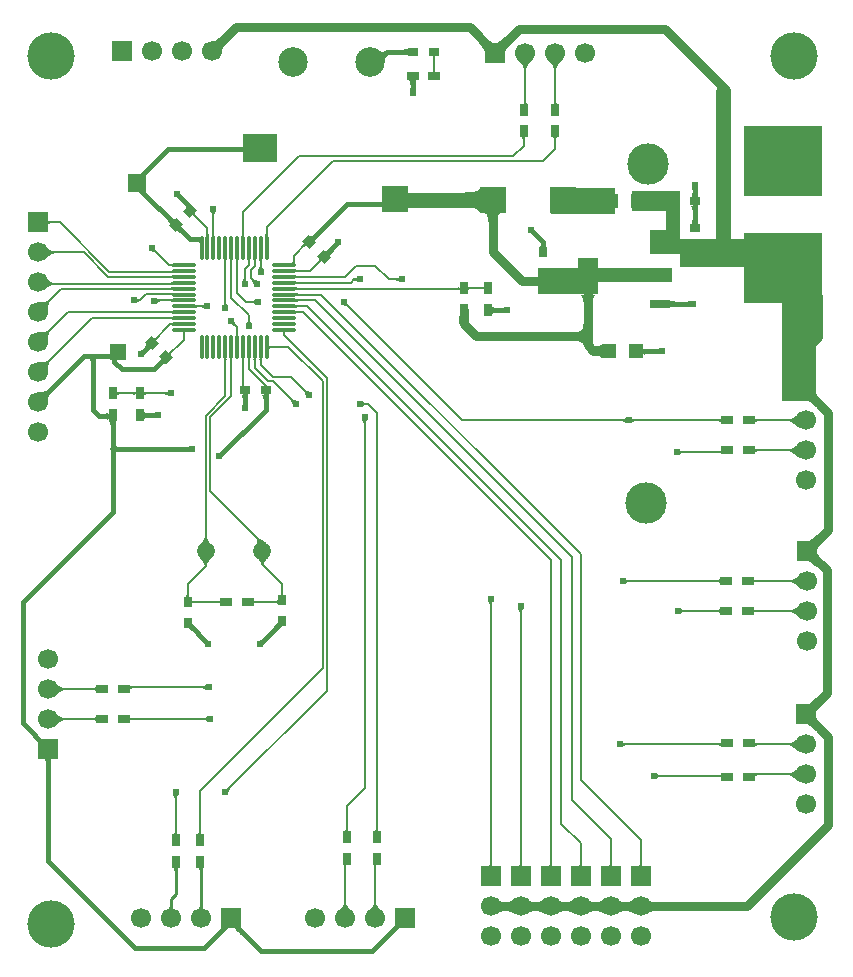
<source format=gtl>
G04*
G04 #@! TF.GenerationSoftware,Altium Limited,Altium Designer,20.0.2 (26)*
G04*
G04 Layer_Physical_Order=1*
G04 Layer_Color=255*
%FSLAX24Y24*%
%MOIN*%
G70*
G01*
G75*
%ADD13C,0.0100*%
%ADD17R,0.0315X0.0400*%
%ADD18R,0.0400X0.0315*%
%ADD19R,0.0350X0.0300*%
G04:AMPARAMS|DCode=20|XSize=35mil|YSize=30mil|CornerRadius=0mil|HoleSize=0mil|Usage=FLASHONLY|Rotation=135.000|XOffset=0mil|YOffset=0mil|HoleType=Round|Shape=Rectangle|*
%AMROTATEDRECTD20*
4,1,4,0.0230,-0.0018,0.0018,-0.0230,-0.0230,0.0018,-0.0018,0.0230,0.0230,-0.0018,0.0*
%
%ADD20ROTATEDRECTD20*%

%ADD21O,0.0118X0.0827*%
%ADD22O,0.0827X0.0118*%
%ADD23R,0.0669X0.0295*%
%ADD24R,0.0669X0.1220*%
%ADD25R,0.0300X0.0350*%
%ADD26R,0.0866X0.0866*%
%ADD27R,0.0500X0.0500*%
%ADD28R,0.2600X0.2362*%
G04:AMPARAMS|DCode=29|XSize=35mil|YSize=30mil|CornerRadius=0mil|HoleSize=0mil|Usage=FLASHONLY|Rotation=45.000|XOffset=0mil|YOffset=0mil|HoleType=Round|Shape=Rectangle|*
%AMROTATEDRECTD29*
4,1,4,-0.0018,-0.0230,-0.0230,-0.0018,0.0018,0.0230,0.0230,0.0018,-0.0018,-0.0230,0.0*
%
%ADD29ROTATEDRECTD29*%

%ADD51C,0.0070*%
%ADD52C,0.0500*%
%ADD53C,0.0300*%
%ADD54C,0.0150*%
%ADD55R,0.1173X0.4280*%
%ADD56R,0.0550X0.0550*%
%ADD57R,0.0600X0.0600*%
%ADD58R,0.1150X0.0950*%
%ADD59R,0.0900X0.0850*%
%ADD60R,0.3300X0.0700*%
%ADD61R,0.4200X0.0500*%
%ADD62R,0.2750X0.0500*%
%ADD63R,0.1900X0.0900*%
%ADD64R,0.1000X0.0800*%
%ADD65R,0.0450X0.1150*%
%ADD66R,0.1600X0.0650*%
%ADD67R,0.2150X0.0850*%
%ADD68R,0.0669X0.0669*%
%ADD69C,0.0669*%
%ADD70C,0.1378*%
%ADD71C,0.1575*%
%ADD72C,0.0591*%
%ADD73C,0.0236*%
%ADD74C,0.0984*%
%ADD75R,0.0669X0.0669*%
%ADD76C,0.0240*%
G36*
X16646Y30633D02*
X16586Y30572D01*
X16492Y30461D01*
X16458Y30413D01*
X16433Y30368D01*
X16416Y30328D01*
X16407Y30292D01*
X16407Y30260D01*
X16415Y30232D01*
X16432Y30209D01*
X16100Y30541D01*
X15768Y30209D01*
X15785Y30232D01*
X15793Y30260D01*
X15793Y30292D01*
X15784Y30328D01*
X15767Y30368D01*
X15742Y30413D01*
X15708Y30461D01*
X15665Y30514D01*
X15554Y30633D01*
X15767Y30846D01*
X15828Y30786D01*
X15939Y30692D01*
X15987Y30658D01*
X16032Y30633D01*
X16072Y30616D01*
X16100Y30609D01*
X16128Y30616D01*
X16168Y30633D01*
X16213Y30658D01*
X16261Y30692D01*
X16314Y30735D01*
X16433Y30846D01*
X16646Y30633D01*
D02*
G37*
G36*
X7110Y30597D02*
X7086Y30572D01*
X7064Y30547D01*
X7045Y30522D01*
X7029Y30498D01*
X7015Y30473D01*
X7004Y30449D01*
X6995Y30425D01*
X6989Y30401D01*
X6986Y30377D01*
X6985Y30353D01*
X6653Y30685D01*
X6677Y30686D01*
X6701Y30689D01*
X6725Y30695D01*
X6749Y30704D01*
X6773Y30715D01*
X6798Y30729D01*
X6823Y30745D01*
X6847Y30764D01*
X6872Y30786D01*
X6897Y30810D01*
X7110Y30597D01*
D02*
G37*
G36*
X12554Y30292D02*
X12528Y30266D01*
X12506Y30238D01*
X12486Y30210D01*
X12469Y30182D01*
X12454Y30154D01*
X12442Y30124D01*
X12433Y30095D01*
X12427Y30065D01*
X12423Y30034D01*
X12422Y30004D01*
X12234Y30386D01*
X12257Y30371D01*
X12279Y30358D01*
X12301Y30350D01*
X12322Y30346D01*
X12344Y30345D01*
X12365Y30348D01*
X12386Y30355D01*
X12407Y30366D01*
X12427Y30380D01*
X12448Y30398D01*
X12554Y30292D01*
D02*
G37*
G36*
X13201Y30197D02*
X13199Y30211D01*
X13195Y30223D01*
X13187Y30234D01*
X13177Y30244D01*
X13163Y30252D01*
X13147Y30259D01*
X13127Y30264D01*
X13105Y30267D01*
X13079Y30270D01*
X13051Y30270D01*
Y30420D01*
X13079Y30421D01*
X13105Y30423D01*
X13127Y30427D01*
X13147Y30432D01*
X13163Y30439D01*
X13177Y30447D01*
X13187Y30457D01*
X13195Y30468D01*
X13199Y30480D01*
X13201Y30494D01*
Y30197D01*
D02*
G37*
G36*
X14128Y30197D02*
X14122Y30195D01*
X14117Y30191D01*
X14112Y30186D01*
X14108Y30180D01*
X14105Y30172D01*
X14103Y30163D01*
X14101Y30152D01*
X14100Y30140D01*
X14100Y30127D01*
X14030D01*
X14029Y30140D01*
X14028Y30152D01*
X14026Y30163D01*
X14024Y30172D01*
X14021Y30180D01*
X14017Y30186D01*
X14012Y30191D01*
X14007Y30195D01*
X14001Y30197D01*
X13995Y30198D01*
X14135D01*
X14128Y30197D01*
D02*
G37*
G36*
X18296Y30023D02*
X18207Y29920D01*
X18185Y29890D01*
X18167Y29861D01*
X18153Y29835D01*
X18143Y29810D01*
X18137Y29787D01*
X18135Y29766D01*
X18065D01*
X18063Y29787D01*
X18057Y29810D01*
X18047Y29835D01*
X18033Y29861D01*
X18015Y29890D01*
X17993Y29920D01*
X17937Y29987D01*
X17904Y30023D01*
X17866Y30061D01*
X18334D01*
X18296Y30023D01*
D02*
G37*
G36*
X17296D02*
X17207Y29920D01*
X17185Y29890D01*
X17167Y29861D01*
X17153Y29835D01*
X17143Y29810D01*
X17137Y29787D01*
X17135Y29766D01*
X17065D01*
X17063Y29787D01*
X17057Y29810D01*
X17047Y29835D01*
X17033Y29861D01*
X17015Y29890D01*
X16993Y29920D01*
X16937Y29987D01*
X16904Y30023D01*
X16866Y30061D01*
X17334D01*
X17296Y30023D01*
D02*
G37*
G36*
X14100Y29759D02*
X14101Y29747D01*
X14103Y29737D01*
X14105Y29728D01*
X14108Y29720D01*
X14112Y29714D01*
X14117Y29709D01*
X14122Y29705D01*
X14128Y29703D01*
X14135Y29702D01*
X13995D01*
X14001Y29703D01*
X14007Y29705D01*
X14012Y29709D01*
X14017Y29714D01*
X14021Y29720D01*
X14024Y29728D01*
X14026Y29737D01*
X14028Y29747D01*
X14029Y29759D01*
X14030Y29772D01*
X14100D01*
X14100Y29759D01*
D02*
G37*
G36*
X13486Y29389D02*
X13473Y29385D01*
X13462Y29377D01*
X13452Y29367D01*
X13444Y29353D01*
X13437Y29337D01*
X13432Y29317D01*
X13428Y29294D01*
X13426Y29269D01*
X13425Y29240D01*
X13275D01*
X13274Y29269D01*
X13272Y29294D01*
X13268Y29317D01*
X13263Y29337D01*
X13256Y29353D01*
X13248Y29367D01*
X13238Y29377D01*
X13227Y29385D01*
X13214Y29389D01*
X13200Y29391D01*
X13500D01*
X13486Y29389D01*
D02*
G37*
G36*
X13425Y29102D02*
X13428Y29053D01*
X13429Y29047D01*
X13431Y29042D01*
X13432Y29038D01*
X13434Y29036D01*
X13266D01*
X13268Y29038D01*
X13269Y29042D01*
X13271Y29047D01*
X13272Y29053D01*
X13273Y29060D01*
X13274Y29079D01*
X13275Y29116D01*
X13425D01*
X13425Y29102D01*
D02*
G37*
G36*
X18135Y28670D02*
X18136Y28658D01*
X18138Y28647D01*
X18141Y28638D01*
X18144Y28630D01*
X18148Y28624D01*
X18152Y28619D01*
X18157Y28615D01*
X18163Y28613D01*
X18170Y28613D01*
X18030D01*
X18037Y28613D01*
X18043Y28615D01*
X18048Y28619D01*
X18052Y28624D01*
X18056Y28630D01*
X18059Y28638D01*
X18062Y28647D01*
X18064Y28658D01*
X18065Y28670D01*
X18065Y28684D01*
X18135D01*
X18135Y28670D01*
D02*
G37*
G36*
X17135D02*
X17136Y28658D01*
X17138Y28647D01*
X17141Y28638D01*
X17144Y28630D01*
X17148Y28624D01*
X17152Y28619D01*
X17157Y28615D01*
X17163Y28613D01*
X17170Y28613D01*
X17030D01*
X17037Y28613D01*
X17043Y28615D01*
X17048Y28619D01*
X17052Y28624D01*
X17056Y28630D01*
X17059Y28638D01*
X17062Y28647D01*
X17064Y28658D01*
X17065Y28670D01*
X17065Y28684D01*
X17135D01*
X17135Y28670D01*
D02*
G37*
G36*
X18163Y27487D02*
X18157Y27485D01*
X18152Y27481D01*
X18148Y27476D01*
X18144Y27470D01*
X18141Y27462D01*
X18138Y27453D01*
X18136Y27442D01*
X18135Y27430D01*
X18135Y27416D01*
X18065D01*
X18065Y27430D01*
X18064Y27442D01*
X18062Y27453D01*
X18059Y27462D01*
X18056Y27470D01*
X18052Y27476D01*
X18048Y27481D01*
X18043Y27485D01*
X18037Y27487D01*
X18030Y27487D01*
X18170D01*
X18163Y27487D01*
D02*
G37*
G36*
X17113D02*
X17107Y27485D01*
X17102Y27481D01*
X17098Y27476D01*
X17094Y27470D01*
X17091Y27462D01*
X17088Y27453D01*
X17086Y27442D01*
X17085Y27430D01*
X17085Y27416D01*
X17015D01*
X17015Y27430D01*
X17014Y27442D01*
X17012Y27453D01*
X17009Y27462D01*
X17006Y27470D01*
X17002Y27476D01*
X16998Y27481D01*
X16993Y27485D01*
X16987Y27487D01*
X16980Y27487D01*
X17120D01*
X17113Y27487D01*
D02*
G37*
G36*
X7846Y27061D02*
X7883Y27028D01*
X7888Y27024D01*
X7892Y27022D01*
X7896Y27020D01*
X7899Y27020D01*
X7780Y26901D01*
X7780Y26904D01*
X7778Y26908D01*
X7776Y26912D01*
X7772Y26917D01*
X7768Y26923D01*
X7755Y26937D01*
X7730Y26964D01*
X7836Y27070D01*
X7846Y27061D01*
D02*
G37*
G36*
X22832Y25812D02*
X22831Y25808D01*
X22829Y25803D01*
X22828Y25797D01*
X22827Y25790D01*
X22826Y25771D01*
X22825Y25734D01*
X22675D01*
X22675Y25748D01*
X22672Y25797D01*
X22671Y25803D01*
X22669Y25808D01*
X22668Y25812D01*
X22666Y25814D01*
X22834D01*
X22832Y25812D01*
D02*
G37*
G36*
X22826Y25620D02*
X22828Y25594D01*
X22832Y25572D01*
X22837Y25552D01*
X22844Y25535D01*
X22852Y25522D01*
X22862Y25511D01*
X22873Y25504D01*
X22886Y25499D01*
X22900Y25498D01*
X22600D01*
X22614Y25499D01*
X22627Y25504D01*
X22638Y25511D01*
X22648Y25522D01*
X22656Y25535D01*
X22663Y25552D01*
X22668Y25572D01*
X22672Y25594D01*
X22674Y25620D01*
X22675Y25649D01*
X22825D01*
X22826Y25620D01*
D02*
G37*
G36*
X5620Y25596D02*
X5622Y25592D01*
X5624Y25588D01*
X5628Y25583D01*
X5632Y25577D01*
X5645Y25563D01*
X5670Y25536D01*
X5564Y25430D01*
X5554Y25439D01*
X5517Y25472D01*
X5512Y25476D01*
X5508Y25478D01*
X5504Y25480D01*
X5501Y25480D01*
X5620Y25599D01*
X5620Y25596D01*
D02*
G37*
G36*
X12414Y25166D02*
X12412Y25168D01*
X12408Y25169D01*
X12403Y25171D01*
X12397Y25172D01*
X12390Y25173D01*
X12371Y25174D01*
X12334Y25175D01*
Y25325D01*
X12348Y25325D01*
X12397Y25328D01*
X12403Y25329D01*
X12408Y25331D01*
X12412Y25332D01*
X12414Y25334D01*
Y25166D01*
D02*
G37*
G36*
X5862Y25344D02*
X5943Y25273D01*
X5950Y25269D01*
X5955Y25268D01*
X5958Y25269D01*
X5790Y25098D01*
X5799Y25110D01*
X5804Y25122D01*
X5807Y25135D01*
X5806Y25149D01*
X5802Y25165D01*
X5796Y25181D01*
X5785Y25199D01*
X5772Y25218D01*
X5755Y25237D01*
X5736Y25258D01*
X5842Y25364D01*
X5862Y25344D01*
D02*
G37*
G36*
X22886Y25200D02*
X22873Y25195D01*
X22862Y25188D01*
X22852Y25177D01*
X22844Y25164D01*
X22837Y25147D01*
X22832Y25128D01*
X22828Y25105D01*
X22826Y25080D01*
X22825Y25051D01*
X22675D01*
X22674Y25080D01*
X22672Y25105D01*
X22668Y25128D01*
X22663Y25147D01*
X22656Y25164D01*
X22648Y25177D01*
X22638Y25188D01*
X22627Y25195D01*
X22614Y25200D01*
X22600Y25201D01*
X22900D01*
X22886Y25200D01*
D02*
G37*
G36*
X15587Y24968D02*
X15582Y25003D01*
X15567Y25034D01*
X15542Y25061D01*
X15507Y25085D01*
X15462Y25105D01*
X15407Y25121D01*
X15342Y25134D01*
X15267Y25143D01*
X15182Y25148D01*
X15087Y25150D01*
Y25650D01*
X15182Y25652D01*
X15342Y25666D01*
X15407Y25679D01*
X15462Y25695D01*
X15507Y25715D01*
X15542Y25739D01*
X15567Y25766D01*
X15582Y25797D01*
X15587Y25832D01*
Y24968D01*
D02*
G37*
G36*
X6779Y25008D02*
X6771Y24998D01*
X6764Y24988D01*
X6758Y24977D01*
X6752Y24967D01*
X6748Y24957D01*
X6745Y24946D01*
X6742Y24936D01*
X6741Y24925D01*
X6741Y24915D01*
X6671Y24912D01*
X6670Y24922D01*
X6668Y24933D01*
X6666Y24943D01*
X6662Y24953D01*
X6658Y24963D01*
X6652Y24973D01*
X6646Y24983D01*
X6638Y24992D01*
X6630Y25001D01*
X6620Y25011D01*
X6788Y25018D01*
X6779Y25008D01*
D02*
G37*
G36*
X6016Y25035D02*
X6020Y25027D01*
X6025Y25018D01*
X6032Y25008D01*
X6041Y24996D01*
X6066Y24967D01*
X6071Y24961D01*
X6095Y24985D01*
X6091Y24980D01*
X6088Y24974D01*
X6087Y24968D01*
X6087Y24961D01*
X6089Y24954D01*
X6092Y24946D01*
X6097Y24938D01*
X6103Y24929D01*
X6111Y24920D01*
X6120Y24910D01*
X6070Y24861D01*
X6061Y24870D01*
X6052Y24878D01*
X6043Y24884D01*
X6035Y24889D01*
X6027Y24892D01*
X6020Y24894D01*
X6013Y24894D01*
X6007Y24893D01*
X6001Y24890D01*
X5996Y24886D01*
X6019Y24909D01*
X5973Y24949D01*
X5963Y24956D01*
X5954Y24961D01*
X5946Y24964D01*
X5940Y24965D01*
X6015Y25040D01*
X6016Y25035D01*
D02*
G37*
G36*
X16191Y25213D02*
X16186Y25194D01*
X16182Y25165D01*
X16176Y25079D01*
X16174Y24968D01*
X16319D01*
X16290Y24965D01*
X16265Y24956D01*
X16242Y24941D01*
X16223Y24920D01*
X16206Y24893D01*
X16193Y24860D01*
X16182Y24821D01*
X16175Y24776D01*
X16170Y24725D01*
X16169Y24668D01*
X15869D01*
X15867Y24725D01*
X15863Y24776D01*
X15855Y24821D01*
X15845Y24860D01*
X15831Y24893D01*
X15815Y24920D01*
X15795Y24941D01*
X15773Y24956D01*
X15747Y24965D01*
X15719Y24968D01*
X15855D01*
X15842Y25223D01*
X16196D01*
X16191Y25213D01*
D02*
G37*
G36*
X22826Y24720D02*
X22828Y24695D01*
X22832Y24672D01*
X22837Y24653D01*
X22844Y24636D01*
X22852Y24623D01*
X22862Y24612D01*
X22873Y24605D01*
X22886Y24600D01*
X22900Y24599D01*
X22600D01*
X22614Y24600D01*
X22627Y24605D01*
X22638Y24612D01*
X22648Y24623D01*
X22656Y24636D01*
X22663Y24653D01*
X22668Y24672D01*
X22672Y24695D01*
X22674Y24720D01*
X22675Y24749D01*
X22825D01*
X22826Y24720D01*
D02*
G37*
G36*
X1183Y24713D02*
X1185Y24707D01*
X1189Y24702D01*
X1194Y24698D01*
X1200Y24694D01*
X1208Y24691D01*
X1217Y24688D01*
X1228Y24686D01*
X1240Y24685D01*
X1253Y24685D01*
Y24615D01*
X1240Y24615D01*
X1228Y24614D01*
X1217Y24612D01*
X1208Y24609D01*
X1200Y24606D01*
X1194Y24602D01*
X1189Y24598D01*
X1185Y24593D01*
X1183Y24587D01*
X1182Y24580D01*
Y24720D01*
X1183Y24713D01*
D02*
G37*
G36*
X5315Y24797D02*
X5335Y24780D01*
X5354Y24767D01*
X5371Y24757D01*
X5388Y24750D01*
X5403Y24746D01*
X5418Y24746D01*
X5431Y24748D01*
X5443Y24754D01*
X5454Y24763D01*
X5242Y24551D01*
X5251Y24562D01*
X5257Y24574D01*
X5260Y24587D01*
X5259Y24602D01*
X5255Y24617D01*
X5248Y24634D01*
X5238Y24651D01*
X5225Y24670D01*
X5208Y24690D01*
X5188Y24711D01*
X5294Y24817D01*
X5315Y24797D01*
D02*
G37*
G36*
X5655Y24542D02*
X5649Y24530D01*
X5646Y24517D01*
X5647Y24502D01*
X5651Y24487D01*
X5657Y24471D01*
X5668Y24453D01*
X5681Y24435D01*
X5697Y24415D01*
X5717Y24394D01*
X5611Y24288D01*
X5590Y24308D01*
X5570Y24324D01*
X5552Y24338D01*
X5534Y24348D01*
X5518Y24354D01*
X5503Y24358D01*
X5488Y24359D01*
X5475Y24356D01*
X5463Y24350D01*
X5452Y24341D01*
X5664Y24553D01*
X5655Y24542D01*
D02*
G37*
G36*
X17420Y24396D02*
X17422Y24392D01*
X17424Y24388D01*
X17428Y24383D01*
X17432Y24377D01*
X17445Y24363D01*
X17470Y24336D01*
X17364Y24230D01*
X17354Y24239D01*
X17317Y24272D01*
X17312Y24276D01*
X17308Y24278D01*
X17304Y24280D01*
X17301Y24280D01*
X17420Y24399D01*
X17420Y24396D01*
D02*
G37*
G36*
X10167Y24156D02*
X10147Y24135D01*
X10130Y24115D01*
X10117Y24096D01*
X10107Y24079D01*
X10100Y24062D01*
X10096Y24047D01*
X10096Y24032D01*
X10098Y24019D01*
X10104Y24007D01*
X10113Y23996D01*
X9901Y24208D01*
X9912Y24199D01*
X9924Y24193D01*
X9937Y24190D01*
X9952Y24191D01*
X9967Y24195D01*
X9984Y24202D01*
X10001Y24212D01*
X10020Y24225D01*
X10040Y24242D01*
X10061Y24262D01*
X10167Y24156D01*
D02*
G37*
G36*
X8518Y24262D02*
X8521Y24229D01*
X8523Y24219D01*
X8525Y24210D01*
X8527Y24202D01*
X8530Y24194D01*
X8533Y24187D01*
X8537Y24181D01*
X8428D01*
X8432Y24187D01*
X8435Y24194D01*
X8438Y24202D01*
X8441Y24210D01*
X8443Y24219D01*
X8445Y24229D01*
X8447Y24250D01*
X8447Y24262D01*
X8448Y24275D01*
X8518D01*
X8518Y24262D01*
D02*
G37*
G36*
X7730D02*
X7733Y24229D01*
X7735Y24219D01*
X7737Y24210D01*
X7740Y24202D01*
X7743Y24194D01*
X7746Y24187D01*
X7750Y24181D01*
X7641D01*
X7644Y24187D01*
X7648Y24194D01*
X7651Y24202D01*
X7653Y24210D01*
X7655Y24219D01*
X7657Y24229D01*
X7660Y24250D01*
X7660Y24262D01*
X7660Y24275D01*
X7730D01*
X7730Y24262D01*
D02*
G37*
G36*
X6741Y24267D02*
X6743Y24244D01*
X6745Y24234D01*
X6747Y24224D01*
X6750Y24215D01*
X6753Y24206D01*
X6757Y24197D01*
X6761Y24189D01*
X6766Y24181D01*
X6657D01*
X6659Y24186D01*
X6662Y24191D01*
X6664Y24198D01*
X6665Y24206D01*
X6667Y24214D01*
X6669Y24234D01*
X6670Y24258D01*
X6671Y24271D01*
X6741Y24278D01*
X6741Y24267D01*
D02*
G37*
G36*
X6549Y24262D02*
X6552Y24229D01*
X6554Y24219D01*
X6556Y24210D01*
X6559Y24202D01*
X6562Y24194D01*
X6565Y24187D01*
X6569Y24181D01*
X6460D01*
X6463Y24187D01*
X6467Y24194D01*
X6470Y24202D01*
X6472Y24210D01*
X6474Y24219D01*
X6476Y24229D01*
X6478Y24250D01*
X6479Y24262D01*
X6479Y24275D01*
X6549D01*
X6549Y24262D01*
D02*
G37*
G36*
X6260Y23933D02*
X6259Y23948D01*
X6255Y23960D01*
X6248Y23972D01*
X6238Y23981D01*
X6224Y23990D01*
X6207Y23997D01*
X6187Y24002D01*
X6164Y24005D01*
X6138Y24008D01*
X6108Y24009D01*
Y24158D01*
X6135Y24159D01*
X6182Y24162D01*
X6202Y24165D01*
X6220Y24169D01*
X6235Y24174D01*
X6249Y24179D01*
X6260Y24185D01*
X6269Y24192D01*
X6276Y24200D01*
X6260Y23933D01*
D02*
G37*
G36*
X9819Y23870D02*
X9814Y23874D01*
X9808Y23877D01*
X9802Y23878D01*
X9796Y23878D01*
X9788Y23876D01*
X9781Y23873D01*
X9772Y23869D01*
X9764Y23862D01*
X9755Y23855D01*
X9745Y23846D01*
X9696Y23895D01*
X9705Y23905D01*
X9712Y23914D01*
X9719Y23923D01*
X9723Y23931D01*
X9726Y23938D01*
X9728Y23946D01*
X9728Y23952D01*
X9727Y23958D01*
X9724Y23964D01*
X9720Y23969D01*
X9819Y23870D01*
D02*
G37*
G36*
X10880Y23880D02*
X10877Y23880D01*
X10873Y23878D01*
X10869Y23876D01*
X10864Y23872D01*
X10858Y23868D01*
X10844Y23855D01*
X10817Y23830D01*
X10711Y23936D01*
X10720Y23946D01*
X10753Y23983D01*
X10756Y23988D01*
X10759Y23992D01*
X10760Y23996D01*
X10761Y23999D01*
X10880Y23880D01*
D02*
G37*
G36*
X17776Y23945D02*
X17778Y23920D01*
X17782Y23897D01*
X17787Y23878D01*
X17793Y23861D01*
X17802Y23848D01*
X17811Y23837D01*
X17822Y23830D01*
X17835Y23825D01*
X17849Y23824D01*
X17551D01*
X17565Y23825D01*
X17578Y23830D01*
X17589Y23837D01*
X17598Y23848D01*
X17607Y23861D01*
X17613Y23878D01*
X17618Y23897D01*
X17622Y23920D01*
X17624Y23945D01*
X17625Y23974D01*
X17775D01*
X17776Y23945D01*
D02*
G37*
G36*
X10655Y23668D02*
X10635Y23647D01*
X10618Y23627D01*
X10605Y23609D01*
X10595Y23591D01*
X10588Y23574D01*
X10584Y23559D01*
X10583Y23545D01*
X10586Y23531D01*
X10592Y23519D01*
X10601Y23508D01*
X10389Y23720D01*
X10400Y23711D01*
X10412Y23705D01*
X10425Y23703D01*
X10440Y23703D01*
X10455Y23707D01*
X10472Y23714D01*
X10489Y23724D01*
X10508Y23738D01*
X10528Y23754D01*
X10549Y23774D01*
X10655Y23668D01*
D02*
G37*
G36*
X4770Y23785D02*
X4771Y23773D01*
X4773Y23760D01*
X4776Y23749D01*
X4779Y23738D01*
X4783Y23728D01*
X4788Y23718D01*
X4793Y23709D01*
X4800Y23700D01*
X4807Y23693D01*
X4757Y23643D01*
X4750Y23650D01*
X4741Y23657D01*
X4732Y23662D01*
X4722Y23667D01*
X4712Y23671D01*
X4701Y23674D01*
X4690Y23677D01*
X4677Y23679D01*
X4665Y23680D01*
X4651Y23680D01*
X4770Y23799D01*
X4770Y23785D01*
D02*
G37*
G36*
X10390Y23435D02*
X10385Y23434D01*
X10377Y23430D01*
X10368Y23425D01*
X10358Y23418D01*
X10346Y23409D01*
X10317Y23384D01*
X10311Y23379D01*
X10335Y23355D01*
X10330Y23359D01*
X10324Y23362D01*
X10318Y23363D01*
X10311Y23363D01*
X10304Y23361D01*
X10296Y23358D01*
X10288Y23353D01*
X10279Y23347D01*
X10270Y23339D01*
X10260Y23330D01*
X10211Y23380D01*
X10220Y23389D01*
X10228Y23398D01*
X10234Y23407D01*
X10239Y23415D01*
X10242Y23423D01*
X10244Y23430D01*
X10244Y23437D01*
X10243Y23443D01*
X10240Y23449D01*
X10236Y23454D01*
X10259Y23431D01*
X10299Y23477D01*
X10306Y23487D01*
X10311Y23496D01*
X10314Y23504D01*
X10315Y23510D01*
X10390Y23435D01*
D02*
G37*
G36*
X1127Y23846D02*
X1230Y23757D01*
X1260Y23735D01*
X1289Y23717D01*
X1315Y23703D01*
X1340Y23693D01*
X1363Y23687D01*
X1384Y23685D01*
Y23615D01*
X1363Y23613D01*
X1340Y23607D01*
X1315Y23597D01*
X1289Y23583D01*
X1260Y23565D01*
X1230Y23543D01*
X1163Y23487D01*
X1127Y23454D01*
X1089Y23416D01*
Y23884D01*
X1127Y23846D01*
D02*
G37*
G36*
X8337Y23421D02*
X8333Y23414D01*
X8330Y23407D01*
X8328Y23398D01*
X8326Y23389D01*
X8324Y23380D01*
X8322Y23358D01*
X8321Y23346D01*
X8321Y23334D01*
X8251D01*
X8251Y23346D01*
X8248Y23380D01*
X8246Y23389D01*
X8244Y23398D01*
X8241Y23407D01*
X8238Y23414D01*
X8235Y23421D01*
X8231Y23427D01*
X8340D01*
X8337Y23421D01*
D02*
G37*
G36*
X8140D02*
X8136Y23414D01*
X8134Y23407D01*
X8131Y23398D01*
X8129Y23389D01*
X8127Y23380D01*
X8125Y23358D01*
X8124Y23346D01*
X8124Y23334D01*
X8054D01*
X8054Y23346D01*
X8051Y23380D01*
X8049Y23389D01*
X8047Y23398D01*
X8044Y23407D01*
X8041Y23414D01*
X8038Y23421D01*
X8034Y23427D01*
X8143D01*
X8140Y23421D01*
D02*
G37*
G36*
X7943D02*
X7940Y23414D01*
X7937Y23407D01*
X7934Y23398D01*
X7932Y23389D01*
X7930Y23380D01*
X7928Y23358D01*
X7927Y23346D01*
X7927Y23334D01*
X7857D01*
X7857Y23346D01*
X7854Y23380D01*
X7852Y23389D01*
X7850Y23398D01*
X7848Y23407D01*
X7845Y23414D01*
X7841Y23421D01*
X7838Y23427D01*
X7947D01*
X7943Y23421D01*
D02*
G37*
G36*
X7549D02*
X7546Y23414D01*
X7543Y23407D01*
X7540Y23398D01*
X7538Y23389D01*
X7537Y23380D01*
X7534Y23358D01*
X7534Y23346D01*
X7533Y23334D01*
X7463D01*
X7463Y23346D01*
X7460Y23380D01*
X7459Y23389D01*
X7456Y23398D01*
X7454Y23407D01*
X7451Y23414D01*
X7448Y23421D01*
X7444Y23427D01*
X7553D01*
X7549Y23421D01*
D02*
G37*
G36*
X7352D02*
X7349Y23414D01*
X7346Y23407D01*
X7344Y23398D01*
X7341Y23389D01*
X7340Y23380D01*
X7337Y23358D01*
X7337Y23346D01*
X7337Y23334D01*
X7267D01*
X7266Y23346D01*
X7263Y23380D01*
X7262Y23389D01*
X7260Y23398D01*
X7257Y23407D01*
X7254Y23414D01*
X7251Y23421D01*
X7247Y23427D01*
X7356D01*
X7352Y23421D01*
D02*
G37*
G36*
X7156D02*
X7152Y23414D01*
X7149Y23407D01*
X7147Y23398D01*
X7145Y23389D01*
X7143Y23380D01*
X7141Y23358D01*
X7140Y23346D01*
X7140Y23334D01*
X7070D01*
X7070Y23346D01*
X7067Y23380D01*
X7065Y23389D01*
X7063Y23398D01*
X7060Y23407D01*
X7057Y23414D01*
X7054Y23421D01*
X7050Y23427D01*
X7159D01*
X7156Y23421D01*
D02*
G37*
G36*
X9419Y23346D02*
X9422Y23320D01*
X9424Y23310D01*
X9427Y23300D01*
X9431Y23293D01*
X9435Y23287D01*
X9440Y23282D01*
X9446Y23279D01*
X9453Y23278D01*
X9313Y23290D01*
X9320Y23291D01*
X9326Y23292D01*
X9331Y23296D01*
X9336Y23300D01*
X9340Y23307D01*
X9343Y23315D01*
X9345Y23324D01*
X9347Y23335D01*
X9348Y23348D01*
X9348Y23362D01*
X9419D01*
X9419Y23346D01*
D02*
G37*
G36*
X5359Y23178D02*
X5353Y23182D01*
X5346Y23185D01*
X5338Y23188D01*
X5330Y23191D01*
X5321Y23193D01*
X5311Y23195D01*
X5290Y23197D01*
X5278Y23197D01*
X5265Y23198D01*
Y23268D01*
X5278Y23268D01*
X5311Y23271D01*
X5321Y23273D01*
X5330Y23275D01*
X5338Y23277D01*
X5346Y23280D01*
X5353Y23283D01*
X5359Y23287D01*
Y23178D01*
D02*
G37*
G36*
X8321Y23185D02*
X8323Y23175D01*
X8325Y23164D01*
X8329Y23154D01*
X8334Y23144D01*
X8339Y23135D01*
X8346Y23125D01*
X8353Y23116D01*
X8362Y23107D01*
X8372Y23098D01*
X8204Y23088D01*
X8213Y23098D01*
X8221Y23108D01*
X8228Y23119D01*
X8234Y23129D01*
X8239Y23139D01*
X8243Y23150D01*
X8247Y23160D01*
X8249Y23171D01*
X8250Y23181D01*
X8251Y23191D01*
X8321Y23196D01*
X8321Y23185D01*
D02*
G37*
G36*
X9447Y23087D02*
X9454Y23083D01*
X9462Y23080D01*
X9470Y23078D01*
X9479Y23076D01*
X9489Y23074D01*
X9510Y23072D01*
X9522Y23071D01*
X9535Y23071D01*
Y23001D01*
X9522Y23001D01*
X9489Y22998D01*
X9479Y22996D01*
X9470Y22994D01*
X9462Y22991D01*
X9454Y22988D01*
X9447Y22985D01*
X9441Y22981D01*
Y23090D01*
X9447Y23087D01*
D02*
G37*
G36*
X5359Y22981D02*
X5362Y22979D01*
X5361Y22977D01*
X5359Y22975D01*
X5353Y22973D01*
X5345Y22971D01*
X5334Y22970D01*
X5304Y22969D01*
X5264Y22968D01*
X5253Y23038D01*
X5271Y23038D01*
X5300Y23041D01*
X5311Y23044D01*
X5321Y23047D01*
X5328Y23050D01*
X5333Y23055D01*
X5337Y23060D01*
X5338Y23066D01*
X5338Y23072D01*
X5359Y22981D01*
D02*
G37*
G36*
X9447Y22890D02*
X9454Y22886D01*
X9462Y22884D01*
X9470Y22881D01*
X9479Y22879D01*
X9489Y22877D01*
X9510Y22875D01*
X9522Y22874D01*
X9535Y22874D01*
Y22804D01*
X9522Y22804D01*
X9489Y22801D01*
X9479Y22799D01*
X9470Y22797D01*
X9462Y22794D01*
X9454Y22792D01*
X9447Y22788D01*
X9441Y22784D01*
Y22893D01*
X9447Y22890D01*
D02*
G37*
G36*
X5359Y22784D02*
X5353Y22788D01*
X5346Y22792D01*
X5338Y22794D01*
X5330Y22797D01*
X5321Y22799D01*
X5311Y22801D01*
X5290Y22803D01*
X5278Y22804D01*
X5265Y22804D01*
Y22874D01*
X5278Y22874D01*
X5311Y22877D01*
X5321Y22879D01*
X5330Y22881D01*
X5338Y22884D01*
X5346Y22886D01*
X5353Y22890D01*
X5359Y22893D01*
Y22784D01*
D02*
G37*
G36*
X7785Y22776D02*
X7787Y22766D01*
X7789Y22755D01*
X7793Y22745D01*
X7797Y22735D01*
X7803Y22725D01*
X7809Y22715D01*
X7816Y22705D01*
X7825Y22695D01*
X7834Y22686D01*
X7666D01*
X7675Y22695D01*
X7684Y22705D01*
X7691Y22715D01*
X7697Y22725D01*
X7703Y22735D01*
X7707Y22745D01*
X7711Y22755D01*
X7713Y22766D01*
X7715Y22776D01*
X7715Y22787D01*
X7785D01*
X7785Y22776D01*
D02*
G37*
G36*
X12914Y22666D02*
X12905Y22675D01*
X12895Y22684D01*
X12885Y22691D01*
X12875Y22697D01*
X12865Y22703D01*
X12855Y22707D01*
X12845Y22711D01*
X12834Y22713D01*
X12824Y22715D01*
X12813Y22715D01*
Y22785D01*
X12824Y22785D01*
X12834Y22787D01*
X12845Y22789D01*
X12855Y22793D01*
X12865Y22797D01*
X12875Y22803D01*
X12885Y22809D01*
X12895Y22816D01*
X12905Y22825D01*
X12914Y22834D01*
Y22666D01*
D02*
G37*
G36*
X11514D02*
X11505Y22675D01*
X11495Y22684D01*
X11485Y22691D01*
X11475Y22697D01*
X11465Y22703D01*
X11455Y22707D01*
X11445Y22711D01*
X11434Y22713D01*
X11424Y22715D01*
X11413Y22715D01*
Y22785D01*
X11424Y22785D01*
X11434Y22787D01*
X11445Y22789D01*
X11455Y22793D01*
X11465Y22797D01*
X11475Y22803D01*
X11485Y22809D01*
X11495Y22816D01*
X11505Y22825D01*
X11514Y22834D01*
Y22666D01*
D02*
G37*
G36*
X8050Y22750D02*
X8059Y22743D01*
X8068Y22738D01*
X8078Y22733D01*
X8088Y22729D01*
X8099Y22726D01*
X8110Y22723D01*
X8123Y22721D01*
X8135Y22720D01*
X8149Y22720D01*
X8030Y22601D01*
X8030Y22615D01*
X8029Y22627D01*
X8027Y22640D01*
X8024Y22651D01*
X8021Y22662D01*
X8017Y22672D01*
X8012Y22682D01*
X8007Y22691D01*
X8000Y22700D01*
X7993Y22707D01*
X8043Y22757D01*
X8050Y22750D01*
D02*
G37*
G36*
X9447Y22693D02*
X9454Y22690D01*
X9462Y22687D01*
X9470Y22684D01*
X9479Y22682D01*
X9489Y22680D01*
X9510Y22678D01*
X9522Y22677D01*
X9535Y22677D01*
Y22607D01*
X9522Y22607D01*
X9489Y22604D01*
X9479Y22602D01*
X9470Y22600D01*
X9462Y22598D01*
X9454Y22595D01*
X9447Y22591D01*
X9441Y22588D01*
Y22697D01*
X9447Y22693D01*
D02*
G37*
G36*
X5359Y22588D02*
X5362Y22585D01*
X5361Y22583D01*
X5359Y22581D01*
X5353Y22579D01*
X5345Y22578D01*
X5334Y22576D01*
X5304Y22575D01*
X5264Y22574D01*
X5253Y22644D01*
X5271Y22645D01*
X5300Y22647D01*
X5311Y22650D01*
X5321Y22653D01*
X5328Y22657D01*
X5333Y22661D01*
X5337Y22666D01*
X5338Y22672D01*
X5338Y22679D01*
X5359Y22588D01*
D02*
G37*
G36*
X15695Y22395D02*
X15694Y22402D01*
X15692Y22408D01*
X15689Y22413D01*
X15684Y22417D01*
X15677Y22421D01*
X15669Y22424D01*
X15660Y22427D01*
X15649Y22429D01*
X15637Y22430D01*
X15624Y22430D01*
Y22500D01*
X15637Y22500D01*
X15649Y22501D01*
X15660Y22503D01*
X15669Y22506D01*
X15677Y22509D01*
X15684Y22513D01*
X15689Y22517D01*
X15692Y22522D01*
X15694Y22528D01*
X15695Y22535D01*
Y22395D01*
D02*
G37*
G36*
X15206Y22528D02*
X15208Y22522D01*
X15211Y22517D01*
X15216Y22513D01*
X15223Y22509D01*
X15231Y22506D01*
X15240Y22503D01*
X15251Y22501D01*
X15263Y22500D01*
X15276Y22500D01*
Y22430D01*
X15263Y22430D01*
X15251Y22429D01*
X15240Y22427D01*
X15231Y22424D01*
X15223Y22421D01*
X15216Y22417D01*
X15211Y22413D01*
X15208Y22408D01*
X15206Y22402D01*
X15205Y22395D01*
Y22535D01*
X15206Y22528D01*
D02*
G37*
G36*
X9447Y22496D02*
X9454Y22493D01*
X9462Y22490D01*
X9470Y22487D01*
X9479Y22485D01*
X9489Y22483D01*
X9510Y22481D01*
X9522Y22480D01*
X9535Y22480D01*
Y22410D01*
X9522Y22410D01*
X9489Y22407D01*
X9479Y22405D01*
X9470Y22403D01*
X9462Y22401D01*
X9454Y22398D01*
X9447Y22394D01*
X9441Y22391D01*
Y22500D01*
X9447Y22496D01*
D02*
G37*
G36*
X5359Y22391D02*
X5353Y22394D01*
X5346Y22398D01*
X5338Y22401D01*
X5330Y22403D01*
X5321Y22405D01*
X5311Y22407D01*
X5290Y22410D01*
X5278Y22410D01*
X5265Y22410D01*
Y22480D01*
X5278Y22480D01*
X5311Y22483D01*
X5321Y22485D01*
X5330Y22487D01*
X5338Y22490D01*
X5346Y22493D01*
X5353Y22496D01*
X5359Y22500D01*
Y22391D01*
D02*
G37*
G36*
X1147Y22814D02*
X1207Y22747D01*
X1236Y22720D01*
X1263Y22697D01*
X1290Y22678D01*
X1315Y22663D01*
X1340Y22653D01*
X1363Y22646D01*
X1385Y22644D01*
X1377Y22574D01*
X1358Y22572D01*
X1337Y22567D01*
X1312Y22558D01*
X1285Y22545D01*
X1255Y22528D01*
X1185Y22483D01*
X1104Y22424D01*
X1059Y22388D01*
X1116Y22853D01*
X1147Y22814D01*
D02*
G37*
G36*
X14894Y22375D02*
X14893Y22382D01*
X14891Y22388D01*
X14887Y22393D01*
X14883Y22398D01*
X14876Y22402D01*
X14869Y22405D01*
X14859Y22407D01*
X14849Y22409D01*
X14837Y22410D01*
X14824Y22410D01*
Y22480D01*
X14837Y22481D01*
X14849Y22482D01*
X14859Y22483D01*
X14869Y22486D01*
X14876Y22489D01*
X14883Y22493D01*
X14887Y22497D01*
X14891Y22503D01*
X14893Y22509D01*
X14894Y22515D01*
Y22375D01*
D02*
G37*
G36*
X5340Y22207D02*
X5336Y22211D01*
X5332Y22215D01*
X5326Y22218D01*
X5319Y22221D01*
X5312Y22223D01*
X5303Y22225D01*
X5293Y22227D01*
X5282Y22228D01*
X5256Y22229D01*
X5283Y22299D01*
X5359Y22303D01*
X5340Y22207D01*
D02*
G37*
G36*
X9447Y22299D02*
X9454Y22296D01*
X9462Y22293D01*
X9470Y22290D01*
X9479Y22288D01*
X9489Y22287D01*
X9510Y22284D01*
X9522Y22284D01*
X9535Y22283D01*
Y22213D01*
X9522Y22213D01*
X9489Y22210D01*
X9479Y22209D01*
X9470Y22206D01*
X9462Y22204D01*
X9454Y22201D01*
X9447Y22198D01*
X9441Y22194D01*
Y22303D01*
X9447Y22299D01*
D02*
G37*
G36*
Y22102D02*
X9454Y22099D01*
X9462Y22096D01*
X9470Y22094D01*
X9479Y22091D01*
X9489Y22090D01*
X9510Y22087D01*
X9522Y22087D01*
X9535Y22087D01*
Y22017D01*
X9522Y22016D01*
X9489Y22013D01*
X9479Y22012D01*
X9470Y22010D01*
X9462Y22007D01*
X9454Y22004D01*
X9447Y22001D01*
X9441Y21997D01*
Y22106D01*
X9447Y22102D01*
D02*
G37*
G36*
X5359Y21997D02*
X5353Y22001D01*
X5346Y22004D01*
X5338Y22007D01*
X5330Y22010D01*
X5321Y22012D01*
X5311Y22013D01*
X5290Y22016D01*
X5278Y22016D01*
X5265Y22017D01*
Y22087D01*
X5278Y22087D01*
X5311Y22090D01*
X5321Y22091D01*
X5330Y22094D01*
X5338Y22096D01*
X5346Y22099D01*
X5353Y22102D01*
X5359Y22106D01*
Y21997D01*
D02*
G37*
G36*
X4145Y22125D02*
X4155Y22116D01*
X4165Y22109D01*
X4175Y22103D01*
X4185Y22097D01*
X4195Y22093D01*
X4205Y22089D01*
X4216Y22087D01*
X4226Y22085D01*
X4237Y22085D01*
Y22015D01*
X4226Y22015D01*
X4216Y22013D01*
X4205Y22011D01*
X4195Y22007D01*
X4185Y22003D01*
X4175Y21997D01*
X4165Y21991D01*
X4155Y21984D01*
X4145Y21975D01*
X4136Y21966D01*
Y22134D01*
X4145Y22125D01*
D02*
G37*
G36*
X4826Y22123D02*
X4847Y22109D01*
X4858Y22103D01*
X4869Y22098D01*
X4879Y22094D01*
X4890Y22091D01*
X4900Y22088D01*
X4910Y22087D01*
X4921Y22087D01*
X4929Y22017D01*
X4918Y22016D01*
X4907Y22014D01*
X4897Y22012D01*
X4887Y22008D01*
X4877Y22004D01*
X4868Y21998D01*
X4859Y21991D01*
X4850Y21983D01*
X4841Y21974D01*
X4833Y21964D01*
X4815Y22131D01*
X4826Y22123D01*
D02*
G37*
G36*
X19471Y22239D02*
X19446Y22230D01*
X19424Y22215D01*
X19404Y22194D01*
X19388Y22167D01*
X19374Y22134D01*
X19363Y22095D01*
X19356Y22049D01*
X19352Y21998D01*
X19350Y21941D01*
X19050D01*
X19049Y21998D01*
X19044Y22049D01*
X19037Y22095D01*
X19026Y22134D01*
X19013Y22167D01*
X18996Y22194D01*
X18977Y22215D01*
X18954Y22230D01*
X18929Y22239D01*
X18900Y22242D01*
X19500D01*
X19471Y22239D01*
D02*
G37*
G36*
X8114Y21916D02*
X8105Y21925D01*
X8095Y21934D01*
X8085Y21941D01*
X8075Y21947D01*
X8065Y21953D01*
X8055Y21957D01*
X8045Y21961D01*
X8034Y21963D01*
X8024Y21965D01*
X8013Y21965D01*
Y22035D01*
X8024Y22035D01*
X8034Y22037D01*
X8045Y22039D01*
X8055Y22043D01*
X8065Y22047D01*
X8075Y22053D01*
X8085Y22059D01*
X8095Y22066D01*
X8105Y22075D01*
X8114Y22084D01*
Y21916D01*
D02*
G37*
G36*
X7140Y21971D02*
X7142Y21961D01*
X7144Y21951D01*
X7148Y21940D01*
X7152Y21930D01*
X7157Y21920D01*
X7164Y21910D01*
X7171Y21900D01*
X7179Y21891D01*
X7189Y21881D01*
X7021D01*
X7030Y21891D01*
X7038Y21900D01*
X7046Y21910D01*
X7052Y21920D01*
X7057Y21930D01*
X7062Y21940D01*
X7065Y21951D01*
X7068Y21961D01*
X7069Y21971D01*
X7070Y21982D01*
X7140D01*
X7140Y21971D01*
D02*
G37*
G36*
X22620Y21860D02*
X22617Y21862D01*
X22614Y21864D01*
X22609Y21865D01*
X22603Y21866D01*
X22595Y21867D01*
X22577Y21869D01*
X22540Y21869D01*
Y22019D01*
X22553Y22020D01*
X22603Y22023D01*
X22609Y22024D01*
X22614Y22025D01*
X22617Y22027D01*
X22620Y22028D01*
Y21860D01*
D02*
G37*
G36*
X11170Y21985D02*
X11171Y21973D01*
X11173Y21960D01*
X11176Y21949D01*
X11179Y21938D01*
X11183Y21928D01*
X11188Y21918D01*
X11193Y21909D01*
X11200Y21900D01*
X11207Y21893D01*
X11157Y21843D01*
X11150Y21850D01*
X11141Y21857D01*
X11132Y21862D01*
X11122Y21867D01*
X11112Y21871D01*
X11101Y21874D01*
X11090Y21877D01*
X11077Y21879D01*
X11065Y21880D01*
X11051Y21880D01*
X11170Y21999D01*
X11170Y21985D01*
D02*
G37*
G36*
X9447Y21906D02*
X9454Y21902D01*
X9462Y21899D01*
X9470Y21897D01*
X9479Y21895D01*
X9489Y21893D01*
X9510Y21890D01*
X9522Y21890D01*
X9535Y21890D01*
Y21820D01*
X9522Y21820D01*
X9489Y21817D01*
X9479Y21815D01*
X9470Y21813D01*
X9462Y21810D01*
X9454Y21807D01*
X9447Y21804D01*
X9441Y21800D01*
Y21909D01*
X9447Y21906D01*
D02*
G37*
G36*
X6119D02*
X6126Y21902D01*
X6133Y21899D01*
X6142Y21897D01*
X6151Y21895D01*
X6160Y21893D01*
X6182Y21890D01*
X6194Y21890D01*
X6206Y21890D01*
Y21820D01*
X6194Y21820D01*
X6160Y21817D01*
X6151Y21815D01*
X6142Y21813D01*
X6133Y21810D01*
X6126Y21807D01*
X6119Y21804D01*
X6113Y21800D01*
Y21909D01*
X6119Y21906D01*
D02*
G37*
G36*
X21935Y22077D02*
X21939Y22065D01*
X21947Y22054D01*
X21957Y22045D01*
X21971Y22037D01*
X21987Y22031D01*
X22007Y22026D01*
X22029Y22022D01*
X22055Y22020D01*
X22083Y22019D01*
Y21869D01*
X22055Y21869D01*
X22029Y21867D01*
X22007Y21863D01*
X21987Y21858D01*
X21971Y21852D01*
X21957Y21844D01*
X21947Y21834D01*
X21939Y21824D01*
X21935Y21812D01*
X21933Y21798D01*
Y22091D01*
X21935Y22077D01*
D02*
G37*
G36*
X6410Y21771D02*
X6400Y21780D01*
X6390Y21788D01*
X6380Y21796D01*
X6370Y21802D01*
X6360Y21807D01*
X6350Y21812D01*
X6340Y21815D01*
X6330Y21818D01*
X6319Y21819D01*
X6308Y21820D01*
Y21890D01*
X6319Y21890D01*
X6330Y21892D01*
X6340Y21894D01*
X6350Y21898D01*
X6360Y21902D01*
X6370Y21907D01*
X6380Y21914D01*
X6390Y21921D01*
X6400Y21929D01*
X6410Y21939D01*
Y21771D01*
D02*
G37*
G36*
X26986Y21967D02*
X26988Y21964D01*
X26991Y21955D01*
X26993Y21940D01*
X26995Y21919D01*
X26999Y21775D01*
X27000Y21667D01*
X26700D01*
X26699Y21724D01*
X26694Y21775D01*
X26686Y21820D01*
X26676Y21859D01*
X26662Y21892D01*
X26646Y21919D01*
X26627Y21940D01*
X26604Y21956D01*
X26579Y21965D01*
X26550Y21968D01*
X26986Y21967D01*
D02*
G37*
G36*
X1252Y22003D02*
X1239Y21986D01*
X1227Y21966D01*
X1217Y21942D01*
X1208Y21913D01*
X1200Y21880D01*
X1194Y21843D01*
X1186Y21757D01*
X1185Y21707D01*
X1185Y21653D01*
X853Y21985D01*
X907Y21985D01*
X1043Y21994D01*
X1080Y22000D01*
X1113Y22008D01*
X1142Y22016D01*
X1166Y22027D01*
X1186Y22039D01*
X1203Y22052D01*
X1252Y22003D01*
D02*
G37*
G36*
X16399Y21651D02*
X16397Y21653D01*
X16393Y21654D01*
X16388Y21656D01*
X16382Y21657D01*
X16375Y21658D01*
X16356Y21659D01*
X16319Y21660D01*
Y21810D01*
X16333Y21810D01*
X16382Y21813D01*
X16388Y21814D01*
X16393Y21816D01*
X16397Y21817D01*
X16399Y21819D01*
Y21651D01*
D02*
G37*
G36*
X9447Y21709D02*
X9454Y21705D01*
X9462Y21702D01*
X9470Y21700D01*
X9479Y21698D01*
X9489Y21696D01*
X9510Y21694D01*
X9522Y21693D01*
X9535Y21693D01*
Y21623D01*
X9522Y21623D01*
X9489Y21620D01*
X9479Y21618D01*
X9470Y21616D01*
X9462Y21613D01*
X9454Y21610D01*
X9447Y21607D01*
X9441Y21603D01*
Y21712D01*
X9447Y21709D01*
D02*
G37*
G36*
X5359Y21603D02*
X5353Y21607D01*
X5346Y21610D01*
X5338Y21613D01*
X5330Y21616D01*
X5321Y21618D01*
X5311Y21620D01*
X5290Y21622D01*
X5278Y21623D01*
X5265Y21623D01*
Y21693D01*
X5278Y21693D01*
X5311Y21696D01*
X5321Y21698D01*
X5330Y21700D01*
X5338Y21702D01*
X5346Y21705D01*
X5353Y21709D01*
X5359Y21712D01*
Y21603D01*
D02*
G37*
G36*
X16008Y21871D02*
X16012Y21858D01*
X16020Y21847D01*
X16030Y21837D01*
X16044Y21829D01*
X16060Y21822D01*
X16080Y21817D01*
X16102Y21813D01*
X16128Y21811D01*
X16156Y21810D01*
Y21660D01*
X16128Y21659D01*
X16102Y21657D01*
X16080Y21653D01*
X16060Y21648D01*
X16044Y21641D01*
X16030Y21633D01*
X16020Y21623D01*
X16012Y21612D01*
X16008Y21599D01*
X16006Y21585D01*
Y21885D01*
X16008Y21871D01*
D02*
G37*
G36*
X5359Y21407D02*
X5353Y21410D01*
X5346Y21414D01*
X5338Y21416D01*
X5330Y21419D01*
X5321Y21421D01*
X5311Y21423D01*
X5290Y21425D01*
X5278Y21426D01*
X5265Y21426D01*
Y21496D01*
X5278Y21496D01*
X5311Y21499D01*
X5321Y21501D01*
X5330Y21503D01*
X5338Y21506D01*
X5346Y21509D01*
X5353Y21512D01*
X5359Y21516D01*
Y21407D01*
D02*
G37*
G36*
X7935Y21376D02*
X7937Y21366D01*
X7939Y21355D01*
X7943Y21345D01*
X7947Y21335D01*
X7953Y21325D01*
X7959Y21315D01*
X7966Y21305D01*
X7975Y21295D01*
X7984Y21286D01*
X7816D01*
X7825Y21295D01*
X7834Y21305D01*
X7841Y21315D01*
X7847Y21325D01*
X7853Y21335D01*
X7857Y21345D01*
X7861Y21355D01*
X7863Y21366D01*
X7865Y21376D01*
X7865Y21387D01*
X7935D01*
X7935Y21376D01*
D02*
G37*
G36*
X15205Y21533D02*
X15204Y21525D01*
X15203Y21510D01*
X15200Y21250D01*
X14900D01*
X14894Y21536D01*
X15206D01*
X15205Y21533D01*
D02*
G37*
G36*
X5359Y21210D02*
X5355Y21212D01*
X5351Y21213D01*
X5345Y21215D01*
X5338Y21216D01*
X5321Y21218D01*
X5300Y21220D01*
X5274Y21220D01*
Y21290D01*
X5287Y21290D01*
X5318Y21292D01*
X5325Y21294D01*
X5331Y21295D01*
X5336Y21297D01*
X5339Y21299D01*
X5340Y21302D01*
X5340Y21305D01*
X5359Y21210D01*
D02*
G37*
G36*
X7420Y21335D02*
X7421Y21323D01*
X7423Y21310D01*
X7426Y21299D01*
X7429Y21288D01*
X7433Y21278D01*
X7438Y21268D01*
X7443Y21259D01*
X7450Y21250D01*
X7457Y21243D01*
X7407Y21193D01*
X7400Y21200D01*
X7391Y21207D01*
X7382Y21212D01*
X7372Y21217D01*
X7362Y21221D01*
X7351Y21224D01*
X7340Y21227D01*
X7327Y21229D01*
X7315Y21230D01*
X7301Y21230D01*
X7420Y21349D01*
X7420Y21335D01*
D02*
G37*
G36*
X9128Y21009D02*
X9122Y21007D01*
X9116Y21003D01*
X9112Y20998D01*
X9108Y20992D01*
X9105Y20984D01*
X9102Y20975D01*
X9101Y20964D01*
X9100Y20952D01*
X9099Y20938D01*
X9029D01*
X9029Y20952D01*
X9028Y20964D01*
X9026Y20975D01*
X9024Y20984D01*
X9020Y20992D01*
X9017Y20998D01*
X9012Y21003D01*
X9007Y21007D01*
X9001Y21009D01*
X8994Y21010D01*
X9134D01*
X9128Y21009D01*
D02*
G37*
G36*
X5799D02*
X5793Y21007D01*
X5788Y21003D01*
X5783Y20998D01*
X5780Y20992D01*
X5776Y20984D01*
X5774Y20975D01*
X5772Y20964D01*
X5771Y20952D01*
X5771Y20938D01*
X5701D01*
X5700Y20952D01*
X5699Y20964D01*
X5698Y20975D01*
X5695Y20984D01*
X5692Y20992D01*
X5688Y20998D01*
X5684Y21003D01*
X5678Y21007D01*
X5672Y21009D01*
X5666Y21010D01*
X5806D01*
X5799Y21009D01*
D02*
G37*
G36*
X7534Y20944D02*
X7537Y20910D01*
X7538Y20901D01*
X7540Y20892D01*
X7543Y20883D01*
X7546Y20876D01*
X7549Y20869D01*
X7553Y20863D01*
X7444D01*
X7448Y20869D01*
X7451Y20876D01*
X7454Y20883D01*
X7456Y20892D01*
X7459Y20901D01*
X7460Y20910D01*
X7463Y20932D01*
X7463Y20944D01*
X7463Y20956D01*
X7533D01*
X7534Y20944D01*
D02*
G37*
G36*
X4839Y20770D02*
X4830Y20761D01*
X4822Y20752D01*
X4816Y20743D01*
X4811Y20735D01*
X4808Y20727D01*
X4806Y20720D01*
X4806Y20713D01*
X4807Y20707D01*
X4810Y20701D01*
X4814Y20696D01*
X4791Y20719D01*
X4751Y20673D01*
X4744Y20663D01*
X4739Y20654D01*
X4736Y20646D01*
X4735Y20640D01*
X4660Y20715D01*
X4665Y20716D01*
X4673Y20720D01*
X4682Y20725D01*
X4692Y20732D01*
X4704Y20741D01*
X4733Y20766D01*
X4739Y20771D01*
X4715Y20795D01*
X4721Y20791D01*
X4726Y20788D01*
X4732Y20787D01*
X4739Y20787D01*
X4746Y20789D01*
X4754Y20792D01*
X4762Y20797D01*
X4771Y20803D01*
X4780Y20811D01*
X4790Y20820D01*
X4839Y20770D01*
D02*
G37*
G36*
X1252Y21003D02*
X1239Y20986D01*
X1227Y20966D01*
X1217Y20942D01*
X1208Y20913D01*
X1200Y20880D01*
X1194Y20843D01*
X1186Y20757D01*
X1185Y20707D01*
X1185Y20653D01*
X853Y20985D01*
X907Y20985D01*
X1043Y20994D01*
X1080Y21000D01*
X1113Y21008D01*
X1142Y21016D01*
X1166Y21027D01*
X1186Y21039D01*
X1203Y21052D01*
X1252Y21003D01*
D02*
G37*
G36*
X19350Y20850D02*
X19050Y20550D01*
X19047Y20578D01*
X19038Y20604D01*
X19023Y20626D01*
X19002Y20646D01*
X18975Y20663D01*
X18942Y20676D01*
X18903Y20687D01*
X18858Y20694D01*
X18807Y20698D01*
X18750Y20700D01*
Y21000D01*
X18807Y21003D01*
X18858Y21012D01*
X18903Y21027D01*
X18942Y21048D01*
X18975Y21075D01*
X19002Y21108D01*
X19023Y21147D01*
X19038Y21192D01*
X19047Y21243D01*
X19050Y21300D01*
X19350Y20850D01*
D02*
G37*
G36*
X4661Y20430D02*
X4650Y20439D01*
X4638Y20445D01*
X4625Y20447D01*
X4610Y20447D01*
X4595Y20443D01*
X4578Y20436D01*
X4561Y20426D01*
X4542Y20412D01*
X4522Y20396D01*
X4501Y20376D01*
X4395Y20482D01*
X4415Y20503D01*
X4432Y20523D01*
X4445Y20541D01*
X4455Y20559D01*
X4462Y20576D01*
X4466Y20591D01*
X4467Y20605D01*
X4464Y20619D01*
X4458Y20631D01*
X4449Y20642D01*
X4661Y20430D01*
D02*
G37*
G36*
X8541Y20549D02*
X8543Y20543D01*
X8547Y20538D01*
X8552Y20533D01*
X8558Y20530D01*
X8566Y20526D01*
X8575Y20524D01*
X8586Y20522D01*
X8598Y20521D01*
X8612Y20521D01*
Y20451D01*
X8598Y20450D01*
X8586Y20449D01*
X8575Y20448D01*
X8566Y20445D01*
X8558Y20442D01*
X8552Y20438D01*
X8547Y20434D01*
X8543Y20428D01*
X8541Y20422D01*
X8540Y20416D01*
Y20556D01*
X8541Y20549D01*
D02*
G37*
G36*
X5327Y20282D02*
X5318Y20273D01*
X5310Y20264D01*
X5304Y20255D01*
X5299Y20247D01*
X5296Y20239D01*
X5294Y20232D01*
X5294Y20225D01*
X5295Y20219D01*
X5298Y20213D01*
X5302Y20208D01*
X5279Y20231D01*
X5239Y20185D01*
X5232Y20175D01*
X5227Y20166D01*
X5224Y20158D01*
X5222Y20152D01*
X5147Y20228D01*
X5153Y20229D01*
X5161Y20232D01*
X5170Y20237D01*
X5180Y20244D01*
X5192Y20253D01*
X5221Y20278D01*
X5227Y20284D01*
X5203Y20307D01*
X5208Y20303D01*
X5214Y20300D01*
X5220Y20299D01*
X5227Y20299D01*
X5234Y20301D01*
X5242Y20304D01*
X5250Y20309D01*
X5259Y20315D01*
X5268Y20323D01*
X5277Y20332D01*
X5327Y20282D01*
D02*
G37*
G36*
X4469Y20344D02*
X4460Y20334D01*
X4427Y20297D01*
X4424Y20292D01*
X4422Y20287D01*
X4420Y20283D01*
X4420Y20280D01*
X4296Y20394D01*
X4299Y20394D01*
X4302Y20396D01*
X4306Y20398D01*
X4311Y20402D01*
X4323Y20412D01*
X4348Y20435D01*
X4357Y20444D01*
X4469Y20344D01*
D02*
G37*
G36*
X21564Y20266D02*
X21562Y20268D01*
X21558Y20269D01*
X21553Y20271D01*
X21547Y20272D01*
X21540Y20273D01*
X21521Y20274D01*
X21484Y20275D01*
Y20425D01*
X21498Y20425D01*
X21547Y20428D01*
X21553Y20429D01*
X21558Y20431D01*
X21562Y20432D01*
X21564Y20434D01*
Y20266D01*
D02*
G37*
G36*
X21049Y20486D02*
X21054Y20473D01*
X21061Y20462D01*
X21072Y20452D01*
X21085Y20444D01*
X21102Y20437D01*
X21122Y20432D01*
X21144Y20428D01*
X21170Y20426D01*
X21199Y20425D01*
Y20275D01*
X21170Y20274D01*
X21144Y20272D01*
X21122Y20268D01*
X21102Y20263D01*
X21085Y20256D01*
X21072Y20248D01*
X21061Y20238D01*
X21054Y20227D01*
X21049Y20214D01*
X21048Y20200D01*
Y20500D01*
X21049Y20486D01*
D02*
G37*
G36*
X3314Y20116D02*
X3312Y20118D01*
X3308Y20119D01*
X3303Y20121D01*
X3297Y20122D01*
X3290Y20123D01*
X3271Y20124D01*
X3234Y20125D01*
Y20275D01*
X3248Y20275D01*
X3297Y20278D01*
X3303Y20279D01*
X3308Y20281D01*
X3312Y20282D01*
X3314Y20284D01*
Y20116D01*
D02*
G37*
G36*
X19651Y20101D02*
X19648Y20125D01*
X19640Y20145D01*
X19626Y20164D01*
X19607Y20180D01*
X19582Y20194D01*
X19552Y20205D01*
X19516Y20213D01*
X19475Y20219D01*
X19428Y20223D01*
X19376Y20224D01*
Y20524D01*
X19428Y20525D01*
X19516Y20531D01*
X19552Y20536D01*
X19582Y20543D01*
X19607Y20551D01*
X19626Y20561D01*
X19640Y20572D01*
X19648Y20585D01*
X19651Y20599D01*
Y20101D01*
D02*
G37*
G36*
X3482Y20112D02*
X3481Y20108D01*
X3479Y20103D01*
X3478Y20097D01*
X3477Y20090D01*
X3476Y20071D01*
X3475Y20034D01*
X3325D01*
X3325Y20048D01*
X3322Y20097D01*
X3321Y20103D01*
X3319Y20108D01*
X3318Y20112D01*
X3316Y20114D01*
X3484D01*
X3482Y20112D01*
D02*
G37*
G36*
X8337Y20103D02*
X8333Y20096D01*
X8330Y20088D01*
X8328Y20080D01*
X8326Y20071D01*
X8324Y20061D01*
X8322Y20040D01*
X8321Y20028D01*
X8321Y20015D01*
X8251D01*
X8251Y20028D01*
X8248Y20061D01*
X8246Y20071D01*
X8244Y20080D01*
X8241Y20088D01*
X8238Y20096D01*
X8235Y20103D01*
X8231Y20109D01*
X8340D01*
X8337Y20103D01*
D02*
G37*
G36*
X8140D02*
X8136Y20096D01*
X8134Y20088D01*
X8131Y20080D01*
X8129Y20071D01*
X8127Y20061D01*
X8125Y20040D01*
X8124Y20028D01*
X8124Y20015D01*
X8054D01*
X8054Y20028D01*
X8051Y20061D01*
X8049Y20071D01*
X8047Y20080D01*
X8044Y20088D01*
X8041Y20096D01*
X8038Y20103D01*
X8034Y20109D01*
X8143D01*
X8140Y20103D01*
D02*
G37*
G36*
X7943D02*
X7940Y20096D01*
X7937Y20088D01*
X7934Y20080D01*
X7932Y20071D01*
X7930Y20061D01*
X7928Y20040D01*
X7927Y20028D01*
X7927Y20015D01*
X7857D01*
X7857Y20028D01*
X7854Y20061D01*
X7852Y20071D01*
X7850Y20080D01*
X7848Y20088D01*
X7845Y20096D01*
X7841Y20103D01*
X7838Y20109D01*
X7947D01*
X7943Y20103D01*
D02*
G37*
G36*
X7746D02*
X7743Y20096D01*
X7740Y20088D01*
X7737Y20080D01*
X7735Y20071D01*
X7733Y20061D01*
X7731Y20040D01*
X7730Y20028D01*
X7730Y20015D01*
X7660D01*
X7660Y20028D01*
X7657Y20061D01*
X7655Y20071D01*
X7653Y20080D01*
X7651Y20088D01*
X7648Y20096D01*
X7644Y20103D01*
X7641Y20109D01*
X7750D01*
X7746Y20103D01*
D02*
G37*
G36*
X7352D02*
X7349Y20096D01*
X7346Y20088D01*
X7344Y20080D01*
X7341Y20071D01*
X7340Y20061D01*
X7337Y20040D01*
X7337Y20028D01*
X7337Y20015D01*
X7267D01*
X7266Y20028D01*
X7263Y20061D01*
X7262Y20071D01*
X7260Y20080D01*
X7257Y20088D01*
X7254Y20096D01*
X7251Y20103D01*
X7247Y20109D01*
X7356D01*
X7352Y20103D01*
D02*
G37*
G36*
X7156D02*
X7152Y20096D01*
X7149Y20088D01*
X7147Y20080D01*
X7145Y20071D01*
X7143Y20061D01*
X7141Y20040D01*
X7140Y20028D01*
X7140Y20015D01*
X7070D01*
X7070Y20028D01*
X7067Y20061D01*
X7065Y20071D01*
X7063Y20080D01*
X7060Y20088D01*
X7057Y20096D01*
X7054Y20103D01*
X7050Y20109D01*
X7159D01*
X7156Y20103D01*
D02*
G37*
G36*
X2925Y20125D02*
X2896Y20124D01*
X2871Y20119D01*
X2849Y20111D01*
X2829Y20101D01*
X2812Y20087D01*
X2799Y20071D01*
X2788Y20052D01*
X2781Y20029D01*
X2776Y20003D01*
X2775Y19975D01*
X2625D01*
X2623Y20003D01*
X2619Y20029D01*
X2612Y20052D01*
X2601Y20071D01*
X2587Y20087D01*
X2571Y20101D01*
X2551Y20111D01*
X2529Y20119D01*
X2503Y20124D01*
X2475Y20125D01*
X2700Y20275D01*
X2925Y20125D01*
D02*
G37*
G36*
X5149Y19942D02*
X5138Y19951D01*
X5126Y19957D01*
X5113Y19959D01*
X5098Y19959D01*
X5083Y19955D01*
X5066Y19948D01*
X5049Y19938D01*
X5030Y19925D01*
X5010Y19908D01*
X4989Y19888D01*
X4883Y19994D01*
X4903Y20015D01*
X4920Y20035D01*
X4933Y20054D01*
X4943Y20071D01*
X4950Y20088D01*
X4954Y20103D01*
X4954Y20118D01*
X4952Y20131D01*
X4946Y20143D01*
X4937Y20154D01*
X5149Y19942D01*
D02*
G37*
G36*
X1252Y20003D02*
X1239Y19986D01*
X1227Y19966D01*
X1217Y19942D01*
X1208Y19913D01*
X1200Y19880D01*
X1194Y19843D01*
X1186Y19757D01*
X1185Y19707D01*
X1185Y19653D01*
X853Y19985D01*
X907Y19985D01*
X1043Y19994D01*
X1080Y20000D01*
X1113Y20008D01*
X1142Y20017D01*
X1166Y20027D01*
X1186Y20039D01*
X1203Y20052D01*
X1252Y20003D01*
D02*
G37*
G36*
X26602Y19626D02*
X26606Y19575D01*
X26614Y19530D01*
X26624Y19491D01*
X26637Y19458D01*
X26654Y19430D01*
X26674Y19409D01*
X26696Y19394D01*
X26721Y19385D01*
X26750Y19382D01*
X26150D01*
X26179Y19385D01*
X26204Y19394D01*
X26226Y19409D01*
X26246Y19430D01*
X26263Y19458D01*
X26276Y19491D01*
X26286Y19530D01*
X26294Y19575D01*
X26298Y19626D01*
X26300Y19683D01*
X26600D01*
X26602Y19626D01*
D02*
G37*
G36*
X7731Y19255D02*
X7732Y19244D01*
X7733Y19233D01*
X7736Y19224D01*
X7739Y19216D01*
X7743Y19210D01*
X7747Y19205D01*
X7753Y19202D01*
X7759Y19200D01*
X7765Y19199D01*
X7625D01*
X7632Y19200D01*
X7638Y19202D01*
X7643Y19205D01*
X7648Y19210D01*
X7652Y19216D01*
X7655Y19224D01*
X7657Y19233D01*
X7659Y19244D01*
X7660Y19255D01*
X7660Y19269D01*
X7730D01*
X7731Y19255D01*
D02*
G37*
G36*
X8485Y19186D02*
X8487Y19160D01*
X8489Y19149D01*
X8491Y19138D01*
X8494Y19128D01*
X8497Y19118D01*
X8501Y19110D01*
X8505Y19103D01*
X8509Y19096D01*
X8391D01*
X8395Y19103D01*
X8399Y19110D01*
X8403Y19118D01*
X8406Y19128D01*
X8409Y19138D01*
X8411Y19149D01*
X8413Y19160D01*
X8415Y19186D01*
X8415Y19200D01*
X8485D01*
X8485Y19186D01*
D02*
G37*
G36*
X7722Y19137D02*
X7725Y19135D01*
X7729Y19134D01*
X7733Y19132D01*
X7737Y19130D01*
X7743Y19129D01*
X7754Y19126D01*
X7761Y19125D01*
X7768Y19125D01*
X7685Y19042D01*
X7685Y19049D01*
X7681Y19067D01*
X7680Y19073D01*
X7678Y19077D01*
X7676Y19081D01*
X7675Y19085D01*
X7673Y19088D01*
X7671Y19090D01*
X7720Y19139D01*
X7722Y19137D01*
D02*
G37*
G36*
X9800Y19050D02*
X9809Y19043D01*
X9818Y19038D01*
X9828Y19033D01*
X9838Y19029D01*
X9849Y19026D01*
X9860Y19023D01*
X9873Y19021D01*
X9885Y19020D01*
X9899Y19020D01*
X9780Y18901D01*
X9780Y18915D01*
X9779Y18927D01*
X9777Y18940D01*
X9774Y18951D01*
X9771Y18962D01*
X9767Y18972D01*
X9762Y18982D01*
X9757Y18991D01*
X9750Y19000D01*
X9743Y19007D01*
X9793Y19057D01*
X9800Y19050D01*
D02*
G37*
G36*
X4407Y19013D02*
X4409Y19007D01*
X4413Y19002D01*
X4417Y18998D01*
X4424Y18994D01*
X4431Y18991D01*
X4441Y18988D01*
X4451Y18986D01*
X4463Y18985D01*
X4476Y18985D01*
Y18915D01*
X4463Y18915D01*
X4451Y18914D01*
X4441Y18912D01*
X4431Y18909D01*
X4424Y18906D01*
X4417Y18902D01*
X4413Y18898D01*
X4409Y18893D01*
X4407Y18887D01*
X4406Y18880D01*
Y19020D01*
X4407Y19013D01*
D02*
G37*
G36*
X4095Y18880D02*
X4094Y18887D01*
X4092Y18893D01*
X4089Y18898D01*
X4084Y18902D01*
X4077Y18906D01*
X4069Y18909D01*
X4060Y18912D01*
X4049Y18914D01*
X4037Y18915D01*
X4024Y18915D01*
Y18985D01*
X4037Y18985D01*
X4049Y18986D01*
X4060Y18988D01*
X4069Y18991D01*
X4077Y18994D01*
X4084Y18998D01*
X4089Y19002D01*
X4092Y19007D01*
X4094Y19013D01*
X4095Y19020D01*
Y18880D01*
D02*
G37*
G36*
X3506Y19013D02*
X3508Y19007D01*
X3511Y19002D01*
X3516Y18998D01*
X3523Y18994D01*
X3531Y18991D01*
X3540Y18988D01*
X3551Y18986D01*
X3563Y18985D01*
X3576Y18985D01*
Y18915D01*
X3563Y18915D01*
X3551Y18914D01*
X3540Y18912D01*
X3531Y18909D01*
X3523Y18906D01*
X3516Y18902D01*
X3511Y18898D01*
X3508Y18893D01*
X3506Y18887D01*
X3505Y18880D01*
Y19020D01*
X3506Y19013D01*
D02*
G37*
G36*
X5214Y18866D02*
X5205Y18875D01*
X5195Y18884D01*
X5185Y18891D01*
X5175Y18897D01*
X5165Y18903D01*
X5155Y18907D01*
X5145Y18911D01*
X5134Y18913D01*
X5124Y18915D01*
X5113Y18915D01*
Y18985D01*
X5124Y18985D01*
X5134Y18987D01*
X5145Y18989D01*
X5155Y18993D01*
X5165Y18997D01*
X5175Y19003D01*
X5185Y19009D01*
X5195Y19016D01*
X5205Y19025D01*
X5214Y19034D01*
Y18866D01*
D02*
G37*
G36*
X8586Y18901D02*
X8573Y18896D01*
X8562Y18889D01*
X8552Y18878D01*
X8544Y18865D01*
X8537Y18848D01*
X8532Y18828D01*
X8528Y18806D01*
X8526Y18780D01*
X8525Y18751D01*
X8375D01*
X8374Y18780D01*
X8372Y18806D01*
X8368Y18828D01*
X8363Y18848D01*
X8356Y18865D01*
X8348Y18878D01*
X8338Y18889D01*
X8327Y18896D01*
X8314Y18901D01*
X8300Y18902D01*
X8600D01*
X8586Y18901D01*
D02*
G37*
G36*
X7896D02*
X7883Y18896D01*
X7872Y18889D01*
X7862Y18878D01*
X7854Y18865D01*
X7847Y18848D01*
X7842Y18828D01*
X7838Y18806D01*
X7836Y18780D01*
X7835Y18751D01*
X7685D01*
X7684Y18780D01*
X7682Y18806D01*
X7678Y18828D01*
X7673Y18848D01*
X7666Y18865D01*
X7658Y18878D01*
X7648Y18889D01*
X7637Y18896D01*
X7624Y18901D01*
X7610Y18902D01*
X7910D01*
X7896Y18901D01*
D02*
G37*
G36*
X1276Y18970D02*
X1258Y18950D01*
X1242Y18927D01*
X1228Y18902D01*
X1216Y18874D01*
X1206Y18844D01*
X1198Y18811D01*
X1192Y18775D01*
X1188Y18737D01*
X1185Y18697D01*
X1185Y18653D01*
X853Y18985D01*
X897Y18985D01*
X975Y18992D01*
X1011Y18998D01*
X1044Y19006D01*
X1074Y19016D01*
X1102Y19028D01*
X1127Y19042D01*
X1150Y19058D01*
X1170Y19076D01*
X1276Y18970D01*
D02*
G37*
G36*
X9350Y18750D02*
X9359Y18743D01*
X9368Y18738D01*
X9378Y18733D01*
X9388Y18729D01*
X9399Y18726D01*
X9410Y18723D01*
X9423Y18721D01*
X9435Y18720D01*
X9449Y18720D01*
X9330Y18601D01*
X9330Y18615D01*
X9329Y18627D01*
X9327Y18640D01*
X9324Y18651D01*
X9321Y18662D01*
X9317Y18672D01*
X9312Y18682D01*
X9307Y18691D01*
X9300Y18700D01*
X9293Y18707D01*
X9343Y18757D01*
X9350Y18750D01*
D02*
G37*
G36*
X7835Y18612D02*
X7838Y18563D01*
X7839Y18557D01*
X7841Y18552D01*
X7842Y18548D01*
X7844Y18546D01*
X7676D01*
X7678Y18548D01*
X7679Y18552D01*
X7681Y18557D01*
X7682Y18563D01*
X7683Y18570D01*
X7684Y18589D01*
X7685Y18626D01*
X7835D01*
X7835Y18612D01*
D02*
G37*
G36*
X11695Y18675D02*
X11705Y18666D01*
X11715Y18659D01*
X11725Y18653D01*
X11735Y18647D01*
X11745Y18643D01*
X11755Y18639D01*
X11766Y18637D01*
X11776Y18635D01*
X11787Y18635D01*
Y18565D01*
X11776Y18565D01*
X11766Y18563D01*
X11755Y18561D01*
X11745Y18557D01*
X11735Y18553D01*
X11725Y18547D01*
X11715Y18541D01*
X11705Y18534D01*
X11695Y18525D01*
X11686Y18516D01*
Y18684D01*
X11695Y18675D01*
D02*
G37*
G36*
X26766Y19117D02*
X26758Y19090D01*
Y19058D01*
X26766Y19022D01*
X26783Y18982D01*
X26809Y18937D01*
X26843Y18888D01*
X26885Y18835D01*
X26996Y18717D01*
X26783Y18504D01*
X26722Y18564D01*
X26612Y18657D01*
X26563Y18691D01*
X26518Y18717D01*
X26478Y18734D01*
X26442Y18742D01*
X26410D01*
X26383Y18734D01*
X26359Y18717D01*
X26783Y19141D01*
X26766Y19117D01*
D02*
G37*
G36*
X4794Y18136D02*
X4792Y18138D01*
X4788Y18139D01*
X4783Y18141D01*
X4777Y18142D01*
X4770Y18143D01*
X4751Y18144D01*
X4714Y18145D01*
Y18295D01*
X4728Y18295D01*
X4777Y18298D01*
X4783Y18299D01*
X4788Y18301D01*
X4792Y18302D01*
X4794Y18304D01*
Y18136D01*
D02*
G37*
G36*
X4408Y18356D02*
X4412Y18343D01*
X4420Y18332D01*
X4430Y18322D01*
X4444Y18314D01*
X4460Y18307D01*
X4480Y18302D01*
X4502Y18298D01*
X4528Y18296D01*
X4556Y18295D01*
Y18145D01*
X4528Y18144D01*
X4502Y18142D01*
X4480Y18138D01*
X4460Y18133D01*
X4444Y18126D01*
X4430Y18118D01*
X4420Y18108D01*
X4412Y18097D01*
X4408Y18084D01*
X4406Y18070D01*
Y18370D01*
X4408Y18356D01*
D02*
G37*
G36*
X3194Y18050D02*
X3192Y18064D01*
X3188Y18077D01*
X3180Y18088D01*
X3170Y18098D01*
X3156Y18106D01*
X3140Y18113D01*
X3120Y18118D01*
X3098Y18122D01*
X3072Y18124D01*
X3044Y18125D01*
Y18275D01*
X3072Y18276D01*
X3098Y18278D01*
X3120Y18282D01*
X3140Y18287D01*
X3156Y18294D01*
X3170Y18302D01*
X3180Y18312D01*
X3188Y18323D01*
X3192Y18336D01*
X3194Y18350D01*
Y18050D01*
D02*
G37*
G36*
X24748Y18113D02*
X24750Y18107D01*
X24754Y18102D01*
X24759Y18098D01*
X24765Y18094D01*
X24773Y18091D01*
X24782Y18088D01*
X24793Y18086D01*
X24805Y18085D01*
X24819Y18085D01*
Y18015D01*
X24805Y18015D01*
X24793Y18014D01*
X24782Y18012D01*
X24773Y18009D01*
X24765Y18006D01*
X24759Y18002D01*
X24754Y17998D01*
X24750Y17993D01*
X24748Y17987D01*
X24748Y17980D01*
Y18120D01*
X24748Y18113D01*
D02*
G37*
G36*
X23622Y17980D02*
X23622Y17987D01*
X23620Y17993D01*
X23616Y17998D01*
X23611Y18002D01*
X23605Y18006D01*
X23597Y18009D01*
X23588Y18012D01*
X23577Y18014D01*
X23565Y18015D01*
X23551Y18015D01*
Y18085D01*
X23565Y18085D01*
X23577Y18086D01*
X23588Y18088D01*
X23597Y18091D01*
X23605Y18094D01*
X23611Y18098D01*
X23616Y18102D01*
X23620Y18107D01*
X23622Y18113D01*
X23622Y18120D01*
Y17980D01*
D02*
G37*
G36*
X20645Y18125D02*
X20655Y18116D01*
X20665Y18109D01*
X20675Y18103D01*
X20685Y18097D01*
X20695Y18093D01*
X20705Y18089D01*
X20716Y18087D01*
X20726Y18085D01*
X20737Y18085D01*
Y18015D01*
X20726Y18015D01*
X20716Y18013D01*
X20705Y18011D01*
X20695Y18007D01*
X20685Y18003D01*
X20675Y17997D01*
X20665Y17991D01*
X20655Y17984D01*
X20645Y17975D01*
X20636Y17966D01*
Y18134D01*
X20645Y18125D01*
D02*
G37*
G36*
X20464Y17966D02*
X20455Y17975D01*
X20445Y17984D01*
X20435Y17991D01*
X20425Y17997D01*
X20415Y18003D01*
X20405Y18007D01*
X20395Y18011D01*
X20384Y18013D01*
X20374Y18015D01*
X20363Y18015D01*
Y18085D01*
X20374Y18085D01*
X20384Y18087D01*
X20395Y18089D01*
X20405Y18093D01*
X20415Y18097D01*
X20425Y18103D01*
X20435Y18109D01*
X20445Y18116D01*
X20455Y18125D01*
X20464Y18134D01*
Y17966D01*
D02*
G37*
G36*
X11825Y18055D02*
X11816Y18045D01*
X11809Y18035D01*
X11803Y18025D01*
X11797Y18015D01*
X11793Y18005D01*
X11789Y17995D01*
X11787Y17984D01*
X11785Y17974D01*
X11785Y17963D01*
X11715D01*
X11715Y17974D01*
X11713Y17984D01*
X11711Y17995D01*
X11707Y18005D01*
X11703Y18015D01*
X11697Y18025D01*
X11691Y18035D01*
X11684Y18045D01*
X11675Y18055D01*
X11666Y18064D01*
X11834D01*
X11825Y18055D01*
D02*
G37*
G36*
X3486Y18036D02*
X3473Y18031D01*
X3462Y18024D01*
X3452Y18013D01*
X3444Y18000D01*
X3437Y17983D01*
X3432Y17963D01*
X3428Y17941D01*
X3426Y17915D01*
X3425Y17886D01*
X3275D01*
X3274Y17915D01*
X3272Y17941D01*
X3268Y17963D01*
X3263Y17983D01*
X3256Y18000D01*
X3248Y18013D01*
X3238Y18024D01*
X3227Y18031D01*
X3214Y18036D01*
X3200Y18037D01*
X3500D01*
X3486Y18036D01*
D02*
G37*
G36*
X26211Y17816D02*
X26173Y17854D01*
X26070Y17943D01*
X26040Y17965D01*
X26011Y17983D01*
X25985Y17997D01*
X25960Y18007D01*
X25937Y18013D01*
X25916Y18015D01*
Y18085D01*
X25937Y18087D01*
X25960Y18093D01*
X25985Y18103D01*
X26011Y18117D01*
X26040Y18135D01*
X26070Y18157D01*
X26137Y18213D01*
X26173Y18246D01*
X26211Y18284D01*
Y17816D01*
D02*
G37*
G36*
X5914Y17016D02*
X5912Y17018D01*
X5908Y17019D01*
X5903Y17021D01*
X5897Y17022D01*
X5890Y17023D01*
X5871Y17024D01*
X5834Y17025D01*
Y17175D01*
X5848Y17175D01*
X5897Y17178D01*
X5903Y17179D01*
X5908Y17181D01*
X5912Y17182D01*
X5914Y17184D01*
Y17016D01*
D02*
G37*
G36*
X24763Y17113D02*
X24765Y17107D01*
X24769Y17102D01*
X24774Y17098D01*
X24780Y17094D01*
X24788Y17091D01*
X24797Y17088D01*
X24808Y17086D01*
X24820Y17085D01*
X24834Y17085D01*
Y17015D01*
X24820Y17015D01*
X24808Y17014D01*
X24797Y17012D01*
X24788Y17009D01*
X24780Y17006D01*
X24774Y17002D01*
X24769Y16998D01*
X24765Y16993D01*
X24763Y16987D01*
X24763Y16980D01*
Y17120D01*
X24763Y17113D01*
D02*
G37*
G36*
X23637Y16930D02*
X23637Y16937D01*
X23635Y16943D01*
X23631Y16948D01*
X23626Y16952D01*
X23620Y16956D01*
X23612Y16959D01*
X23603Y16962D01*
X23592Y16964D01*
X23580Y16965D01*
X23566Y16965D01*
Y17035D01*
X23580Y17035D01*
X23592Y17036D01*
X23603Y17038D01*
X23612Y17041D01*
X23620Y17044D01*
X23626Y17048D01*
X23631Y17052D01*
X23635Y17057D01*
X23637Y17063D01*
X23637Y17070D01*
Y16930D01*
D02*
G37*
G36*
X22245Y17075D02*
X22255Y17066D01*
X22265Y17059D01*
X22275Y17053D01*
X22285Y17047D01*
X22295Y17043D01*
X22305Y17039D01*
X22316Y17037D01*
X22326Y17035D01*
X22337Y17035D01*
Y16965D01*
X22326Y16965D01*
X22316Y16963D01*
X22305Y16961D01*
X22295Y16957D01*
X22285Y16953D01*
X22275Y16947D01*
X22265Y16941D01*
X22255Y16934D01*
X22245Y16925D01*
X22236Y16916D01*
Y17084D01*
X22245Y17075D01*
D02*
G37*
G36*
X3426Y17297D02*
X3431Y17271D01*
X3438Y17249D01*
X3449Y17229D01*
X3462Y17213D01*
X3479Y17199D01*
X3498Y17189D01*
X3521Y17181D01*
X3546Y17177D01*
X3575Y17175D01*
Y17025D01*
X3546Y17024D01*
X3521Y17019D01*
X3498Y17011D01*
X3479Y17001D01*
X3462Y16988D01*
X3449Y16971D01*
X3438Y16952D01*
X3431Y16929D01*
X3426Y16904D01*
X3425Y16875D01*
X3275Y17100D01*
X3425Y17325D01*
X3426Y17297D01*
D02*
G37*
G36*
X7070Y16914D02*
X7061Y16904D01*
X7028Y16867D01*
X7024Y16862D01*
X7022Y16858D01*
X7020Y16854D01*
X7020Y16851D01*
X6901Y16970D01*
X6904Y16970D01*
X6908Y16972D01*
X6912Y16974D01*
X6917Y16978D01*
X6923Y16982D01*
X6937Y16995D01*
X6964Y17020D01*
X7070Y16914D01*
D02*
G37*
G36*
X26211Y16816D02*
X26173Y16854D01*
X26070Y16943D01*
X26040Y16965D01*
X26011Y16983D01*
X25985Y16997D01*
X25960Y17007D01*
X25937Y17013D01*
X25916Y17015D01*
Y17085D01*
X25937Y17087D01*
X25960Y17093D01*
X25985Y17103D01*
X26011Y17117D01*
X26040Y17135D01*
X26070Y17157D01*
X26137Y17213D01*
X26173Y17246D01*
X26211Y17284D01*
Y16816D01*
D02*
G37*
G36*
X27046Y14033D02*
X26986Y13972D01*
X26892Y13861D01*
X26858Y13813D01*
X26833Y13768D01*
X26816Y13728D01*
X26810Y13702D01*
X26816Y13672D01*
X26833Y13632D01*
X26859Y13587D01*
X26893Y13538D01*
X26935Y13485D01*
X27046Y13367D01*
X26833Y13154D01*
X26772Y13214D01*
X26662Y13307D01*
X26613Y13341D01*
X26568Y13367D01*
X26528Y13384D01*
X26492Y13392D01*
X26460D01*
X26433Y13384D01*
X26409Y13367D01*
X26742Y13699D01*
X26409Y14032D01*
X26432Y14015D01*
X26460Y14007D01*
X26492Y14007D01*
X26528Y14016D01*
X26568Y14033D01*
X26613Y14058D01*
X26661Y14092D01*
X26714Y14135D01*
X26833Y14246D01*
X27046Y14033D01*
D02*
G37*
G36*
X6492Y14151D02*
X6497Y14131D01*
X6506Y14109D01*
X6518Y14085D01*
X6533Y14060D01*
X6552Y14033D01*
X6574Y14005D01*
X6629Y13944D01*
X6662Y13911D01*
X6248D01*
X6281Y13944D01*
X6358Y14033D01*
X6377Y14060D01*
X6393Y14085D01*
X6405Y14109D01*
X6413Y14131D01*
X6418Y14151D01*
X6420Y14170D01*
X6490D01*
X6492Y14151D01*
D02*
G37*
G36*
X8233Y14118D02*
X8256Y14103D01*
X8500Y13951D01*
X8113Y13883D01*
X8133Y13911D01*
X8150Y13937D01*
X8163Y13963D01*
X8171Y13987D01*
X8176Y14011D01*
X8177Y14033D01*
X8174Y14054D01*
X8167Y14074D01*
X8156Y14092D01*
X8141Y14110D01*
X8229Y14120D01*
X8233Y14118D01*
D02*
G37*
G36*
X8493Y13441D02*
X8469Y13421D01*
X8448Y13400D01*
X8430Y13380D01*
X8415Y13359D01*
X8402Y13338D01*
X8392Y13318D01*
X8385Y13297D01*
X8381Y13276D01*
X8380Y13255D01*
X8310D01*
X8308Y13276D01*
X8304Y13297D01*
X8297Y13318D01*
X8288Y13338D01*
X8275Y13359D01*
X8260Y13380D01*
X8242Y13400D01*
X8221Y13421D01*
X8197Y13441D01*
X8170Y13462D01*
X8519D01*
X8493Y13441D01*
D02*
G37*
G36*
X6629Y13456D02*
X6552Y13367D01*
X6533Y13340D01*
X6518Y13315D01*
X6506Y13291D01*
X6497Y13269D01*
X6492Y13249D01*
X6490Y13230D01*
X6420D01*
X6418Y13249D01*
X6413Y13269D01*
X6405Y13291D01*
X6393Y13315D01*
X6377Y13340D01*
X6358Y13367D01*
X6336Y13395D01*
X6281Y13456D01*
X6248Y13489D01*
X6662D01*
X6629Y13456D01*
D02*
G37*
G36*
X24713Y12763D02*
X24715Y12757D01*
X24719Y12752D01*
X24724Y12748D01*
X24730Y12744D01*
X24738Y12741D01*
X24747Y12738D01*
X24758Y12736D01*
X24770Y12735D01*
X24784Y12735D01*
Y12665D01*
X24770Y12665D01*
X24758Y12664D01*
X24747Y12662D01*
X24738Y12659D01*
X24730Y12656D01*
X24724Y12652D01*
X24719Y12648D01*
X24715Y12643D01*
X24713Y12637D01*
X24713Y12630D01*
Y12770D01*
X24713Y12763D01*
D02*
G37*
G36*
X23587Y12630D02*
X23587Y12637D01*
X23585Y12643D01*
X23581Y12648D01*
X23576Y12652D01*
X23570Y12656D01*
X23562Y12659D01*
X23553Y12662D01*
X23542Y12664D01*
X23530Y12665D01*
X23516Y12665D01*
Y12735D01*
X23530Y12735D01*
X23542Y12736D01*
X23553Y12738D01*
X23562Y12741D01*
X23570Y12744D01*
X23576Y12748D01*
X23581Y12752D01*
X23585Y12757D01*
X23587Y12763D01*
X23587Y12770D01*
Y12630D01*
D02*
G37*
G36*
X20445Y12775D02*
X20455Y12766D01*
X20465Y12759D01*
X20475Y12753D01*
X20485Y12747D01*
X20495Y12743D01*
X20505Y12739D01*
X20516Y12737D01*
X20526Y12735D01*
X20537Y12735D01*
Y12665D01*
X20526Y12665D01*
X20516Y12663D01*
X20505Y12661D01*
X20495Y12657D01*
X20485Y12653D01*
X20475Y12647D01*
X20465Y12641D01*
X20455Y12634D01*
X20445Y12625D01*
X20436Y12616D01*
Y12784D01*
X20445Y12775D01*
D02*
G37*
G36*
X26261Y12466D02*
X26223Y12504D01*
X26120Y12593D01*
X26090Y12615D01*
X26061Y12633D01*
X26035Y12647D01*
X26010Y12657D01*
X25987Y12663D01*
X25966Y12665D01*
Y12735D01*
X25987Y12737D01*
X26010Y12743D01*
X26035Y12753D01*
X26061Y12767D01*
X26090Y12785D01*
X26120Y12807D01*
X26187Y12863D01*
X26223Y12896D01*
X26261Y12934D01*
Y12466D01*
D02*
G37*
G36*
X9035Y12280D02*
X9036Y12268D01*
X9038Y12257D01*
X9041Y12248D01*
X9044Y12240D01*
X9048Y12234D01*
X9052Y12229D01*
X9057Y12225D01*
X9063Y12223D01*
X9070Y12223D01*
X8930D01*
X8937Y12223D01*
X8943Y12225D01*
X8948Y12229D01*
X8952Y12234D01*
X8956Y12240D01*
X8959Y12248D01*
X8962Y12257D01*
X8964Y12268D01*
X8965Y12280D01*
X8965Y12294D01*
X9035D01*
X9035Y12280D01*
D02*
G37*
G36*
X5885Y12230D02*
X5886Y12218D01*
X5888Y12207D01*
X5891Y12198D01*
X5894Y12190D01*
X5898Y12184D01*
X5902Y12179D01*
X5907Y12175D01*
X5913Y12173D01*
X5920Y12173D01*
X5780D01*
X5787Y12173D01*
X5793Y12175D01*
X5798Y12179D01*
X5802Y12184D01*
X5806Y12190D01*
X5809Y12198D01*
X5812Y12207D01*
X5814Y12218D01*
X5815Y12230D01*
X5815Y12244D01*
X5885D01*
X5885Y12230D01*
D02*
G37*
G36*
X8851Y11930D02*
X8850Y11937D01*
X8848Y11943D01*
X8845Y11948D01*
X8840Y11952D01*
X8834Y11956D01*
X8826Y11959D01*
X8817Y11962D01*
X8806Y11964D01*
X8795Y11965D01*
X8781Y11965D01*
Y12035D01*
X8795Y12035D01*
X8806Y12036D01*
X8817Y12038D01*
X8826Y12041D01*
X8834Y12044D01*
X8840Y12048D01*
X8845Y12052D01*
X8848Y12057D01*
X8850Y12063D01*
X8851Y12070D01*
Y11930D01*
D02*
G37*
G36*
X8063Y12063D02*
X8065Y12057D01*
X8069Y12052D01*
X8074Y12048D01*
X8080Y12044D01*
X8088Y12041D01*
X8097Y12038D01*
X8108Y12036D01*
X8120Y12035D01*
X8134Y12035D01*
Y11965D01*
X8120Y11965D01*
X8108Y11964D01*
X8097Y11962D01*
X8088Y11959D01*
X8080Y11956D01*
X8074Y11952D01*
X8069Y11948D01*
X8065Y11943D01*
X8063Y11937D01*
X8063Y11930D01*
Y12070D01*
X8063Y12063D01*
D02*
G37*
G36*
X6937Y11930D02*
X6937Y11937D01*
X6935Y11943D01*
X6931Y11948D01*
X6926Y11952D01*
X6920Y11956D01*
X6912Y11959D01*
X6903Y11962D01*
X6892Y11964D01*
X6880Y11965D01*
X6866Y11965D01*
Y12035D01*
X6880Y12035D01*
X6892Y12036D01*
X6903Y12038D01*
X6912Y12041D01*
X6920Y12044D01*
X6926Y12048D01*
X6931Y12052D01*
X6935Y12057D01*
X6937Y12063D01*
X6937Y12070D01*
Y11930D01*
D02*
G37*
G36*
X5998Y12063D02*
X6000Y12057D01*
X6004Y12052D01*
X6009Y12048D01*
X6015Y12044D01*
X6023Y12041D01*
X6032Y12038D01*
X6043Y12036D01*
X6055Y12035D01*
X6069Y12035D01*
Y11965D01*
X6055Y11965D01*
X6043Y11964D01*
X6032Y11962D01*
X6023Y11959D01*
X6015Y11956D01*
X6009Y11952D01*
X6004Y11948D01*
X6000Y11943D01*
X5998Y11937D01*
X5998Y11930D01*
Y12070D01*
X5998Y12063D01*
D02*
G37*
G36*
X16025Y12005D02*
X16016Y11995D01*
X16009Y11985D01*
X16003Y11975D01*
X15997Y11965D01*
X15993Y11955D01*
X15989Y11945D01*
X15987Y11934D01*
X15985Y11924D01*
X15985Y11913D01*
X15915D01*
X15915Y11924D01*
X15913Y11934D01*
X15911Y11945D01*
X15907Y11955D01*
X15903Y11965D01*
X15897Y11975D01*
X15891Y11985D01*
X15884Y11995D01*
X15875Y12005D01*
X15866Y12014D01*
X16034D01*
X16025Y12005D01*
D02*
G37*
G36*
X17025Y11755D02*
X17016Y11745D01*
X17009Y11735D01*
X17003Y11725D01*
X16997Y11715D01*
X16993Y11705D01*
X16989Y11695D01*
X16987Y11684D01*
X16985Y11674D01*
X16985Y11663D01*
X16915D01*
X16915Y11674D01*
X16913Y11684D01*
X16911Y11695D01*
X16907Y11705D01*
X16903Y11715D01*
X16897Y11725D01*
X16891Y11735D01*
X16884Y11745D01*
X16875Y11755D01*
X16866Y11764D01*
X17034D01*
X17025Y11755D01*
D02*
G37*
G36*
X24713Y11763D02*
X24715Y11757D01*
X24719Y11752D01*
X24724Y11748D01*
X24730Y11744D01*
X24738Y11741D01*
X24747Y11738D01*
X24758Y11736D01*
X24770Y11735D01*
X24784Y11735D01*
Y11665D01*
X24770Y11665D01*
X24758Y11664D01*
X24747Y11662D01*
X24738Y11659D01*
X24730Y11656D01*
X24724Y11652D01*
X24719Y11648D01*
X24715Y11643D01*
X24713Y11637D01*
X24713Y11630D01*
Y11770D01*
X24713Y11763D01*
D02*
G37*
G36*
X23587Y11630D02*
X23587Y11637D01*
X23585Y11643D01*
X23581Y11648D01*
X23576Y11652D01*
X23570Y11656D01*
X23562Y11659D01*
X23553Y11662D01*
X23542Y11664D01*
X23530Y11665D01*
X23516Y11665D01*
Y11735D01*
X23530Y11735D01*
X23542Y11736D01*
X23553Y11738D01*
X23562Y11741D01*
X23570Y11744D01*
X23576Y11748D01*
X23581Y11752D01*
X23585Y11757D01*
X23587Y11763D01*
X23587Y11770D01*
Y11630D01*
D02*
G37*
G36*
X22295Y11775D02*
X22305Y11766D01*
X22315Y11759D01*
X22325Y11753D01*
X22335Y11747D01*
X22345Y11743D01*
X22355Y11739D01*
X22366Y11737D01*
X22376Y11735D01*
X22387Y11735D01*
Y11665D01*
X22376Y11665D01*
X22366Y11663D01*
X22355Y11661D01*
X22345Y11657D01*
X22335Y11653D01*
X22325Y11647D01*
X22315Y11641D01*
X22305Y11634D01*
X22295Y11625D01*
X22286Y11616D01*
Y11784D01*
X22295Y11775D01*
D02*
G37*
G36*
X26261Y11466D02*
X26223Y11504D01*
X26120Y11593D01*
X26090Y11615D01*
X26061Y11633D01*
X26035Y11647D01*
X26010Y11657D01*
X25987Y11663D01*
X25966Y11665D01*
Y11735D01*
X25987Y11737D01*
X26010Y11743D01*
X26035Y11753D01*
X26061Y11767D01*
X26090Y11785D01*
X26120Y11807D01*
X26187Y11863D01*
X26223Y11896D01*
X26261Y11934D01*
Y11466D01*
D02*
G37*
G36*
X9063Y11186D02*
X9052Y11195D01*
X9038Y11199D01*
X9022D01*
X9004Y11195D01*
X8984Y11186D01*
X8962Y11173D01*
X8937Y11157D01*
X8911Y11135D01*
X8851Y11080D01*
X8745Y11186D01*
X8775Y11217D01*
X8821Y11272D01*
X8838Y11297D01*
X8851Y11319D01*
X8860Y11339D01*
X8864Y11357D01*
Y11373D01*
X8860Y11387D01*
X8851Y11398D01*
X9063Y11186D01*
D02*
G37*
G36*
X5989Y11337D02*
X5985Y11323D01*
X5985Y11307D01*
X5990Y11289D01*
X5998Y11269D01*
X6011Y11247D01*
X6028Y11222D01*
X6049Y11196D01*
X6105Y11136D01*
X5999Y11030D01*
X5968Y11060D01*
X5913Y11107D01*
X5888Y11124D01*
X5866Y11137D01*
X5846Y11145D01*
X5828Y11150D01*
X5812Y11150D01*
X5798Y11146D01*
X5787Y11137D01*
X5998Y11348D01*
X5989Y11337D01*
D02*
G37*
G36*
X8435Y10664D02*
X8426Y10654D01*
X8393Y10617D01*
X8389Y10612D01*
X8387Y10608D01*
X8385Y10604D01*
X8385Y10601D01*
X8266Y10720D01*
X8269Y10720D01*
X8273Y10722D01*
X8277Y10724D01*
X8282Y10728D01*
X8288Y10732D01*
X8302Y10745D01*
X8329Y10770D01*
X8435Y10664D01*
D02*
G37*
G36*
X6481Y10761D02*
X6518Y10728D01*
X6523Y10724D01*
X6527Y10722D01*
X6531Y10720D01*
X6534Y10720D01*
X6415Y10601D01*
X6415Y10604D01*
X6413Y10608D01*
X6411Y10612D01*
X6407Y10617D01*
X6403Y10623D01*
X6390Y10637D01*
X6365Y10664D01*
X6471Y10770D01*
X6481Y10761D01*
D02*
G37*
G36*
X3913Y9213D02*
X3915Y9207D01*
X3919Y9202D01*
X3924Y9198D01*
X3930Y9194D01*
X3938Y9191D01*
X3947Y9188D01*
X3958Y9186D01*
X3970Y9185D01*
X3984Y9185D01*
Y9115D01*
X3970Y9115D01*
X3958Y9114D01*
X3947Y9112D01*
X3938Y9109D01*
X3930Y9106D01*
X3924Y9102D01*
X3919Y9098D01*
X3915Y9093D01*
X3913Y9087D01*
X3913Y9080D01*
Y9220D01*
X3913Y9213D01*
D02*
G37*
G36*
X6464Y9066D02*
X6455Y9075D01*
X6445Y9084D01*
X6435Y9091D01*
X6425Y9097D01*
X6415Y9103D01*
X6405Y9107D01*
X6395Y9111D01*
X6384Y9113D01*
X6374Y9115D01*
X6363Y9115D01*
Y9185D01*
X6374Y9185D01*
X6384Y9187D01*
X6395Y9189D01*
X6405Y9193D01*
X6415Y9197D01*
X6425Y9203D01*
X6435Y9209D01*
X6445Y9216D01*
X6455Y9225D01*
X6464Y9234D01*
Y9066D01*
D02*
G37*
G36*
X2787Y9030D02*
X2787Y9037D01*
X2785Y9043D01*
X2781Y9048D01*
X2776Y9052D01*
X2770Y9056D01*
X2762Y9059D01*
X2753Y9062D01*
X2742Y9064D01*
X2730Y9065D01*
X2716Y9065D01*
Y9135D01*
X2730Y9135D01*
X2742Y9136D01*
X2753Y9138D01*
X2762Y9141D01*
X2770Y9144D01*
X2776Y9148D01*
X2781Y9152D01*
X2785Y9157D01*
X2787Y9163D01*
X2787Y9170D01*
Y9030D01*
D02*
G37*
G36*
X1477Y9296D02*
X1580Y9207D01*
X1610Y9185D01*
X1639Y9167D01*
X1665Y9153D01*
X1690Y9143D01*
X1713Y9137D01*
X1734Y9135D01*
Y9065D01*
X1713Y9063D01*
X1690Y9057D01*
X1665Y9047D01*
X1639Y9033D01*
X1610Y9015D01*
X1580Y8993D01*
X1513Y8937D01*
X1477Y8904D01*
X1439Y8866D01*
Y9334D01*
X1477Y9296D01*
D02*
G37*
G36*
X26996Y8583D02*
X26936Y8522D01*
X26842Y8411D01*
X26808Y8363D01*
X26783Y8318D01*
X26766Y8278D01*
X26760Y8252D01*
X26766Y8222D01*
X26783Y8182D01*
X26809Y8137D01*
X26843Y8088D01*
X26885Y8035D01*
X26996Y7917D01*
X26783Y7704D01*
X26722Y7764D01*
X26612Y7857D01*
X26563Y7891D01*
X26518Y7917D01*
X26478Y7934D01*
X26442Y7942D01*
X26410D01*
X26383Y7934D01*
X26359Y7917D01*
X26692Y8249D01*
X26359Y8582D01*
X26382Y8565D01*
X26410Y8557D01*
X26442Y8557D01*
X26478Y8566D01*
X26518Y8583D01*
X26563Y8608D01*
X26611Y8642D01*
X26664Y8685D01*
X26783Y8796D01*
X26996Y8583D01*
D02*
G37*
G36*
X3913Y8163D02*
X3915Y8157D01*
X3919Y8152D01*
X3924Y8148D01*
X3930Y8144D01*
X3938Y8141D01*
X3947Y8138D01*
X3958Y8136D01*
X3970Y8135D01*
X3984Y8135D01*
Y8065D01*
X3970Y8065D01*
X3958Y8064D01*
X3947Y8062D01*
X3938Y8059D01*
X3930Y8056D01*
X3924Y8052D01*
X3919Y8048D01*
X3915Y8043D01*
X3913Y8037D01*
X3913Y8030D01*
Y8170D01*
X3913Y8163D01*
D02*
G37*
G36*
X2787Y8030D02*
X2787Y8037D01*
X2785Y8043D01*
X2781Y8048D01*
X2776Y8052D01*
X2770Y8056D01*
X2762Y8059D01*
X2753Y8062D01*
X2742Y8064D01*
X2730Y8065D01*
X2716Y8065D01*
Y8135D01*
X2730Y8135D01*
X2742Y8136D01*
X2753Y8138D01*
X2762Y8141D01*
X2770Y8144D01*
X2776Y8148D01*
X2781Y8152D01*
X2785Y8157D01*
X2787Y8163D01*
X2787Y8170D01*
Y8030D01*
D02*
G37*
G36*
X6514Y8016D02*
X6505Y8025D01*
X6495Y8034D01*
X6485Y8041D01*
X6475Y8047D01*
X6465Y8053D01*
X6455Y8057D01*
X6445Y8061D01*
X6434Y8063D01*
X6424Y8065D01*
X6413Y8065D01*
Y8135D01*
X6424Y8135D01*
X6434Y8137D01*
X6445Y8139D01*
X6455Y8143D01*
X6465Y8147D01*
X6475Y8153D01*
X6485Y8159D01*
X6495Y8166D01*
X6505Y8175D01*
X6514Y8184D01*
Y8016D01*
D02*
G37*
G36*
X1477Y8296D02*
X1580Y8207D01*
X1610Y8185D01*
X1639Y8167D01*
X1665Y8153D01*
X1690Y8143D01*
X1713Y8137D01*
X1734Y8135D01*
Y8065D01*
X1713Y8063D01*
X1690Y8057D01*
X1665Y8047D01*
X1639Y8033D01*
X1610Y8015D01*
X1580Y7993D01*
X1513Y7937D01*
X1477Y7904D01*
X1439Y7866D01*
Y8334D01*
X1477Y8296D01*
D02*
G37*
G36*
X897Y7510D02*
X953Y7463D01*
X977Y7446D01*
X999Y7433D01*
X1020Y7424D01*
X1038Y7420D01*
X1053Y7420D01*
X1067Y7424D01*
X1079Y7432D01*
X868Y7221D01*
X876Y7233D01*
X880Y7247D01*
X880Y7262D01*
X876Y7280D01*
X867Y7301D01*
X854Y7323D01*
X837Y7347D01*
X816Y7374D01*
X760Y7433D01*
X867Y7540D01*
X897Y7510D01*
D02*
G37*
G36*
X24763Y7313D02*
X24765Y7307D01*
X24769Y7302D01*
X24774Y7298D01*
X24780Y7294D01*
X24788Y7291D01*
X24797Y7288D01*
X24808Y7286D01*
X24820Y7285D01*
X24834Y7285D01*
Y7215D01*
X24820Y7215D01*
X24808Y7214D01*
X24797Y7212D01*
X24788Y7209D01*
X24780Y7206D01*
X24774Y7202D01*
X24769Y7198D01*
X24765Y7193D01*
X24763Y7187D01*
X24763Y7180D01*
Y7320D01*
X24763Y7313D01*
D02*
G37*
G36*
X23637Y7180D02*
X23637Y7187D01*
X23635Y7193D01*
X23631Y7198D01*
X23626Y7202D01*
X23620Y7206D01*
X23612Y7209D01*
X23603Y7212D01*
X23592Y7214D01*
X23580Y7215D01*
X23566Y7215D01*
Y7285D01*
X23580Y7285D01*
X23592Y7286D01*
X23603Y7288D01*
X23612Y7291D01*
X23620Y7294D01*
X23626Y7298D01*
X23631Y7302D01*
X23635Y7307D01*
X23637Y7313D01*
X23637Y7320D01*
Y7180D01*
D02*
G37*
G36*
X20345Y7325D02*
X20355Y7316D01*
X20365Y7309D01*
X20375Y7303D01*
X20385Y7297D01*
X20395Y7293D01*
X20405Y7289D01*
X20416Y7287D01*
X20426Y7285D01*
X20437Y7285D01*
Y7215D01*
X20426Y7215D01*
X20416Y7213D01*
X20405Y7211D01*
X20395Y7207D01*
X20385Y7203D01*
X20375Y7197D01*
X20365Y7191D01*
X20355Y7184D01*
X20345Y7175D01*
X20336Y7166D01*
Y7334D01*
X20345Y7325D01*
D02*
G37*
G36*
X26211Y7016D02*
X26173Y7054D01*
X26070Y7143D01*
X26040Y7165D01*
X26011Y7183D01*
X25985Y7197D01*
X25960Y7207D01*
X25937Y7213D01*
X25916Y7215D01*
Y7285D01*
X25937Y7287D01*
X25960Y7293D01*
X25985Y7303D01*
X26011Y7317D01*
X26040Y7335D01*
X26070Y7357D01*
X26137Y7413D01*
X26173Y7446D01*
X26211Y7484D01*
Y7016D01*
D02*
G37*
G36*
X1336Y6765D02*
X1323Y6761D01*
X1312Y6753D01*
X1302Y6743D01*
X1294Y6729D01*
X1287Y6713D01*
X1282Y6693D01*
X1278Y6671D01*
X1276Y6645D01*
X1275Y6617D01*
X1125D01*
X1124Y6645D01*
X1122Y6671D01*
X1118Y6693D01*
X1113Y6713D01*
X1106Y6729D01*
X1098Y6743D01*
X1088Y6753D01*
X1077Y6761D01*
X1064Y6765D01*
X1050Y6767D01*
X1350D01*
X1336Y6765D01*
D02*
G37*
G36*
X24764Y6302D02*
X24767Y6299D01*
X24770Y6295D01*
X24775Y6293D01*
X24781Y6290D01*
X24789Y6288D01*
X24798Y6287D01*
X24809Y6286D01*
X24834Y6285D01*
Y6215D01*
X24820Y6215D01*
X24808Y6214D01*
X24798Y6212D01*
X24788Y6209D01*
X24781Y6206D01*
X24774Y6202D01*
X24769Y6198D01*
X24766Y6193D01*
X24763Y6187D01*
X24763Y6180D01*
X24764Y6306D01*
X24764Y6302D01*
D02*
G37*
G36*
X23637Y6130D02*
X23637Y6137D01*
X23635Y6143D01*
X23631Y6148D01*
X23626Y6152D01*
X23620Y6156D01*
X23612Y6159D01*
X23603Y6162D01*
X23592Y6164D01*
X23580Y6165D01*
X23566Y6165D01*
Y6235D01*
X23580Y6235D01*
X23592Y6236D01*
X23603Y6238D01*
X23612Y6241D01*
X23620Y6244D01*
X23626Y6248D01*
X23631Y6252D01*
X23635Y6257D01*
X23637Y6263D01*
X23637Y6270D01*
Y6130D01*
D02*
G37*
G36*
X21495Y6275D02*
X21505Y6266D01*
X21515Y6259D01*
X21525Y6253D01*
X21535Y6247D01*
X21545Y6243D01*
X21555Y6239D01*
X21566Y6237D01*
X21576Y6235D01*
X21587Y6235D01*
Y6165D01*
X21576Y6165D01*
X21566Y6163D01*
X21555Y6161D01*
X21545Y6157D01*
X21535Y6153D01*
X21525Y6147D01*
X21515Y6141D01*
X21505Y6134D01*
X21495Y6125D01*
X21486Y6116D01*
Y6284D01*
X21495Y6275D01*
D02*
G37*
G36*
X26211Y6016D02*
X26173Y6054D01*
X26070Y6143D01*
X26040Y6165D01*
X26011Y6183D01*
X25985Y6197D01*
X25960Y6207D01*
X25937Y6213D01*
X25916Y6215D01*
Y6285D01*
X25937Y6287D01*
X25960Y6293D01*
X25985Y6303D01*
X26011Y6317D01*
X26040Y6335D01*
X26070Y6357D01*
X26137Y6413D01*
X26173Y6446D01*
X26211Y6484D01*
Y6016D01*
D02*
G37*
G36*
X7257Y5757D02*
X7250Y5750D01*
X7243Y5741D01*
X7238Y5732D01*
X7233Y5722D01*
X7229Y5712D01*
X7226Y5701D01*
X7223Y5690D01*
X7221Y5677D01*
X7220Y5665D01*
X7220Y5651D01*
X7101Y5770D01*
X7115Y5770D01*
X7127Y5771D01*
X7140Y5773D01*
X7151Y5776D01*
X7162Y5779D01*
X7172Y5783D01*
X7182Y5788D01*
X7191Y5793D01*
X7200Y5800D01*
X7207Y5807D01*
X7257Y5757D01*
D02*
G37*
G36*
X5525Y5555D02*
X5516Y5545D01*
X5509Y5535D01*
X5503Y5525D01*
X5497Y5515D01*
X5493Y5505D01*
X5489Y5495D01*
X5487Y5484D01*
X5485Y5474D01*
X5485Y5463D01*
X5415D01*
X5415Y5474D01*
X5413Y5484D01*
X5411Y5495D01*
X5407Y5505D01*
X5403Y5515D01*
X5397Y5525D01*
X5391Y5535D01*
X5384Y5545D01*
X5375Y5555D01*
X5366Y5564D01*
X5534D01*
X5525Y5555D01*
D02*
G37*
G36*
X12185Y4420D02*
X12186Y4408D01*
X12188Y4397D01*
X12191Y4388D01*
X12194Y4380D01*
X12198Y4374D01*
X12202Y4369D01*
X12207Y4365D01*
X12213Y4363D01*
X12220Y4363D01*
X12080D01*
X12087Y4363D01*
X12093Y4365D01*
X12098Y4369D01*
X12102Y4374D01*
X12106Y4380D01*
X12109Y4388D01*
X12112Y4397D01*
X12114Y4408D01*
X12115Y4420D01*
X12115Y4434D01*
X12185D01*
X12185Y4420D01*
D02*
G37*
G36*
X11185D02*
X11186Y4408D01*
X11188Y4397D01*
X11191Y4388D01*
X11194Y4380D01*
X11198Y4374D01*
X11202Y4369D01*
X11207Y4365D01*
X11213Y4363D01*
X11220Y4363D01*
X11080D01*
X11087Y4363D01*
X11093Y4365D01*
X11098Y4369D01*
X11102Y4374D01*
X11106Y4380D01*
X11109Y4388D01*
X11112Y4397D01*
X11114Y4408D01*
X11115Y4420D01*
X11115Y4434D01*
X11185D01*
X11185Y4420D01*
D02*
G37*
G36*
X6285Y4320D02*
X6286Y4308D01*
X6288Y4297D01*
X6291Y4288D01*
X6294Y4280D01*
X6298Y4274D01*
X6302Y4269D01*
X6307Y4265D01*
X6313Y4263D01*
X6320Y4263D01*
X6180D01*
X6187Y4263D01*
X6193Y4265D01*
X6198Y4269D01*
X6202Y4274D01*
X6206Y4280D01*
X6209Y4288D01*
X6212Y4297D01*
X6214Y4308D01*
X6215Y4320D01*
X6215Y4334D01*
X6285D01*
X6285Y4320D01*
D02*
G37*
G36*
X5485D02*
X5486Y4308D01*
X5488Y4297D01*
X5491Y4288D01*
X5494Y4280D01*
X5498Y4274D01*
X5502Y4269D01*
X5507Y4265D01*
X5513Y4263D01*
X5520Y4263D01*
X5380D01*
X5387Y4263D01*
X5393Y4265D01*
X5398Y4269D01*
X5402Y4274D01*
X5406Y4280D01*
X5409Y4288D01*
X5412Y4297D01*
X5414Y4308D01*
X5415Y4320D01*
X5415Y4334D01*
X5485D01*
X5485Y4320D01*
D02*
G37*
G36*
X20985Y3240D02*
X20986Y3228D01*
X20988Y3217D01*
X20991Y3208D01*
X20994Y3200D01*
X20998Y3194D01*
X21002Y3189D01*
X21007Y3185D01*
X21013Y3183D01*
X21020Y3182D01*
X20880D01*
X20887Y3183D01*
X20893Y3185D01*
X20898Y3189D01*
X20902Y3194D01*
X20906Y3200D01*
X20909Y3208D01*
X20912Y3217D01*
X20914Y3228D01*
X20915Y3240D01*
X20915Y3253D01*
X20985D01*
X20985Y3240D01*
D02*
G37*
G36*
X19985D02*
X19986Y3228D01*
X19988Y3217D01*
X19991Y3208D01*
X19994Y3200D01*
X19998Y3194D01*
X20002Y3189D01*
X20007Y3185D01*
X20013Y3183D01*
X20020Y3182D01*
X19880D01*
X19887Y3183D01*
X19893Y3185D01*
X19898Y3189D01*
X19902Y3194D01*
X19906Y3200D01*
X19909Y3208D01*
X19912Y3217D01*
X19914Y3228D01*
X19915Y3240D01*
X19915Y3253D01*
X19985D01*
X19985Y3240D01*
D02*
G37*
G36*
X18985D02*
X18986Y3228D01*
X18988Y3217D01*
X18991Y3208D01*
X18994Y3200D01*
X18998Y3194D01*
X19002Y3189D01*
X19007Y3185D01*
X19013Y3183D01*
X19020Y3182D01*
X18880D01*
X18887Y3183D01*
X18893Y3185D01*
X18898Y3189D01*
X18902Y3194D01*
X18906Y3200D01*
X18909Y3208D01*
X18912Y3217D01*
X18914Y3228D01*
X18915Y3240D01*
X18915Y3253D01*
X18985D01*
X18985Y3240D01*
D02*
G37*
G36*
X17985D02*
X17986Y3228D01*
X17988Y3217D01*
X17991Y3208D01*
X17994Y3200D01*
X17998Y3194D01*
X18002Y3189D01*
X18007Y3185D01*
X18013Y3183D01*
X18020Y3182D01*
X17880D01*
X17887Y3183D01*
X17893Y3185D01*
X17898Y3189D01*
X17902Y3194D01*
X17906Y3200D01*
X17909Y3208D01*
X17912Y3217D01*
X17914Y3228D01*
X17915Y3240D01*
X17915Y3253D01*
X17985D01*
X17985Y3240D01*
D02*
G37*
G36*
X16985D02*
X16986Y3228D01*
X16988Y3217D01*
X16991Y3208D01*
X16994Y3200D01*
X16998Y3194D01*
X17002Y3189D01*
X17007Y3185D01*
X17013Y3183D01*
X17020Y3182D01*
X16880D01*
X16887Y3183D01*
X16893Y3185D01*
X16898Y3189D01*
X16902Y3194D01*
X16906Y3200D01*
X16909Y3208D01*
X16912Y3217D01*
X16914Y3228D01*
X16915Y3240D01*
X16915Y3253D01*
X16985D01*
X16985Y3240D01*
D02*
G37*
G36*
X15985D02*
X15986Y3228D01*
X15988Y3217D01*
X15991Y3208D01*
X15994Y3200D01*
X15998Y3194D01*
X16002Y3189D01*
X16007Y3185D01*
X16013Y3183D01*
X16020Y3182D01*
X15880D01*
X15887Y3183D01*
X15893Y3185D01*
X15898Y3189D01*
X15902Y3194D01*
X15906Y3200D01*
X15909Y3208D01*
X15912Y3217D01*
X15914Y3228D01*
X15915Y3240D01*
X15915Y3253D01*
X15985D01*
X15985Y3240D01*
D02*
G37*
G36*
X12163Y3237D02*
X12157Y3235D01*
X12152Y3231D01*
X12148Y3226D01*
X12144Y3220D01*
X12141Y3212D01*
X12138Y3203D01*
X12136Y3192D01*
X12135Y3180D01*
X12135Y3166D01*
X12065D01*
X12065Y3180D01*
X12064Y3192D01*
X12062Y3203D01*
X12059Y3212D01*
X12056Y3220D01*
X12052Y3226D01*
X12048Y3231D01*
X12043Y3235D01*
X12037Y3237D01*
X12030Y3237D01*
X12170D01*
X12163Y3237D01*
D02*
G37*
G36*
X11163D02*
X11157Y3235D01*
X11152Y3231D01*
X11148Y3226D01*
X11144Y3220D01*
X11141Y3212D01*
X11138Y3203D01*
X11136Y3192D01*
X11135Y3180D01*
X11135Y3166D01*
X11065D01*
X11065Y3180D01*
X11064Y3192D01*
X11062Y3203D01*
X11059Y3212D01*
X11056Y3220D01*
X11052Y3226D01*
X11048Y3231D01*
X11043Y3235D01*
X11037Y3237D01*
X11030Y3237D01*
X11170D01*
X11163Y3237D01*
D02*
G37*
G36*
X6391Y3136D02*
X6382Y3133D01*
X6374Y3128D01*
X6368Y3121D01*
X6363Y3112D01*
X6358Y3101D01*
X6355Y3088D01*
X6352Y3073D01*
X6350Y3055D01*
X6350Y3036D01*
X6250D01*
X6249Y3055D01*
X6248Y3073D01*
X6245Y3088D01*
X6242Y3101D01*
X6237Y3112D01*
X6232Y3121D01*
X6226Y3128D01*
X6218Y3133D01*
X6209Y3136D01*
X6200Y3137D01*
X6400D01*
X6391Y3136D01*
D02*
G37*
G36*
X5541D02*
X5532Y3133D01*
X5525Y3128D01*
X5518Y3121D01*
X5512Y3112D01*
X5508Y3101D01*
X5505Y3088D01*
X5502Y3073D01*
X5501Y3055D01*
X5500Y3036D01*
X5400D01*
X5400Y3055D01*
X5398Y3073D01*
X5396Y3088D01*
X5392Y3101D01*
X5387Y3112D01*
X5382Y3121D01*
X5375Y3128D01*
X5368Y3133D01*
X5360Y3136D01*
X5350Y3137D01*
X5550D01*
X5541Y3136D01*
D02*
G37*
G36*
X12137Y1963D02*
X12143Y1940D01*
X12153Y1915D01*
X12167Y1889D01*
X12185Y1860D01*
X12207Y1830D01*
X12263Y1763D01*
X12296Y1727D01*
X12334Y1689D01*
X11866D01*
X11904Y1727D01*
X11993Y1830D01*
X12015Y1860D01*
X12033Y1889D01*
X12047Y1915D01*
X12057Y1940D01*
X12063Y1963D01*
X12065Y1984D01*
X12135D01*
X12137Y1963D01*
D02*
G37*
G36*
X11137D02*
X11143Y1940D01*
X11153Y1915D01*
X11167Y1889D01*
X11185Y1860D01*
X11207Y1830D01*
X11263Y1763D01*
X11296Y1727D01*
X11334Y1689D01*
X10866D01*
X10904Y1727D01*
X10993Y1830D01*
X11015Y1860D01*
X11033Y1889D01*
X11047Y1915D01*
X11057Y1940D01*
X11063Y1963D01*
X11065Y1984D01*
X11135D01*
X11137Y1963D01*
D02*
G37*
G36*
X21206Y2068D02*
X21226Y2054D01*
X21247Y2041D01*
X21270Y2030D01*
X21296Y2021D01*
X21323Y2013D01*
X21352Y2008D01*
X21382Y2003D01*
X21415Y2001D01*
X21450Y2000D01*
Y1700D01*
X21415Y1699D01*
X21382Y1697D01*
X21352Y1692D01*
X21323Y1687D01*
X21296Y1679D01*
X21270Y1670D01*
X21247Y1659D01*
X21226Y1646D01*
X21206Y1632D01*
X21189Y1616D01*
Y2084D01*
X21206Y2068D01*
D02*
G37*
G36*
X20711Y1616D02*
X20694Y1632D01*
X20674Y1646D01*
X20653Y1659D01*
X20630Y1670D01*
X20604Y1679D01*
X20577Y1687D01*
X20548Y1692D01*
X20518Y1697D01*
X20485Y1699D01*
X20450Y1700D01*
Y2000D01*
X20485Y2001D01*
X20518Y2003D01*
X20548Y2008D01*
X20577Y2013D01*
X20604Y2021D01*
X20630Y2030D01*
X20653Y2041D01*
X20674Y2054D01*
X20694Y2068D01*
X20711Y2084D01*
Y1616D01*
D02*
G37*
G36*
X20206Y2068D02*
X20226Y2054D01*
X20247Y2041D01*
X20270Y2030D01*
X20296Y2021D01*
X20323Y2013D01*
X20352Y2008D01*
X20382Y2003D01*
X20415Y2001D01*
X20450Y2000D01*
Y1700D01*
X20415Y1699D01*
X20382Y1697D01*
X20352Y1692D01*
X20323Y1687D01*
X20296Y1679D01*
X20270Y1670D01*
X20247Y1659D01*
X20226Y1646D01*
X20206Y1632D01*
X20189Y1616D01*
Y2084D01*
X20206Y2068D01*
D02*
G37*
G36*
X19711Y1616D02*
X19694Y1632D01*
X19674Y1646D01*
X19653Y1659D01*
X19630Y1670D01*
X19604Y1679D01*
X19577Y1687D01*
X19548Y1692D01*
X19518Y1697D01*
X19485Y1699D01*
X19450Y1700D01*
Y2000D01*
X19485Y2001D01*
X19518Y2003D01*
X19548Y2008D01*
X19577Y2013D01*
X19604Y2021D01*
X19630Y2030D01*
X19653Y2041D01*
X19674Y2054D01*
X19694Y2068D01*
X19711Y2084D01*
Y1616D01*
D02*
G37*
G36*
X19206Y2068D02*
X19226Y2054D01*
X19247Y2041D01*
X19270Y2030D01*
X19296Y2021D01*
X19323Y2013D01*
X19352Y2008D01*
X19382Y2003D01*
X19415Y2001D01*
X19450Y2000D01*
Y1700D01*
X19415Y1699D01*
X19382Y1697D01*
X19352Y1692D01*
X19323Y1687D01*
X19296Y1679D01*
X19270Y1670D01*
X19247Y1659D01*
X19226Y1646D01*
X19206Y1632D01*
X19189Y1616D01*
Y2084D01*
X19206Y2068D01*
D02*
G37*
G36*
X18711Y1616D02*
X18694Y1632D01*
X18674Y1646D01*
X18653Y1659D01*
X18630Y1670D01*
X18604Y1679D01*
X18577Y1687D01*
X18548Y1692D01*
X18518Y1697D01*
X18485Y1699D01*
X18450Y1700D01*
Y2000D01*
X18485Y2001D01*
X18518Y2003D01*
X18548Y2008D01*
X18577Y2013D01*
X18604Y2021D01*
X18630Y2030D01*
X18653Y2041D01*
X18674Y2054D01*
X18694Y2068D01*
X18711Y2084D01*
Y1616D01*
D02*
G37*
G36*
X18206Y2068D02*
X18226Y2054D01*
X18247Y2041D01*
X18270Y2030D01*
X18296Y2021D01*
X18323Y2013D01*
X18352Y2008D01*
X18382Y2003D01*
X18415Y2001D01*
X18450Y2000D01*
Y1700D01*
X18415Y1699D01*
X18382Y1697D01*
X18352Y1692D01*
X18323Y1687D01*
X18296Y1679D01*
X18270Y1670D01*
X18247Y1659D01*
X18226Y1646D01*
X18206Y1632D01*
X18189Y1616D01*
Y2084D01*
X18206Y2068D01*
D02*
G37*
G36*
X17711Y1616D02*
X17694Y1632D01*
X17674Y1646D01*
X17653Y1659D01*
X17630Y1670D01*
X17604Y1679D01*
X17577Y1687D01*
X17548Y1692D01*
X17518Y1697D01*
X17485Y1699D01*
X17450Y1700D01*
Y2000D01*
X17485Y2001D01*
X17518Y2003D01*
X17548Y2008D01*
X17577Y2013D01*
X17604Y2021D01*
X17630Y2030D01*
X17653Y2041D01*
X17674Y2054D01*
X17694Y2068D01*
X17711Y2084D01*
Y1616D01*
D02*
G37*
G36*
X17206Y2068D02*
X17226Y2054D01*
X17247Y2041D01*
X17270Y2030D01*
X17296Y2021D01*
X17323Y2013D01*
X17352Y2008D01*
X17382Y2003D01*
X17415Y2001D01*
X17450Y2000D01*
Y1700D01*
X17415Y1699D01*
X17382Y1697D01*
X17352Y1692D01*
X17323Y1687D01*
X17296Y1679D01*
X17270Y1670D01*
X17247Y1659D01*
X17226Y1646D01*
X17206Y1632D01*
X17189Y1616D01*
Y2084D01*
X17206Y2068D01*
D02*
G37*
G36*
X16711Y1616D02*
X16694Y1632D01*
X16674Y1646D01*
X16653Y1659D01*
X16630Y1670D01*
X16604Y1679D01*
X16577Y1687D01*
X16548Y1692D01*
X16518Y1697D01*
X16485Y1699D01*
X16450Y1700D01*
Y2000D01*
X16485Y2001D01*
X16518Y2003D01*
X16548Y2008D01*
X16577Y2013D01*
X16604Y2021D01*
X16630Y2030D01*
X16653Y2041D01*
X16674Y2054D01*
X16694Y2068D01*
X16711Y2084D01*
Y1616D01*
D02*
G37*
G36*
X16206Y2068D02*
X16226Y2054D01*
X16247Y2041D01*
X16270Y2030D01*
X16296Y2021D01*
X16323Y2013D01*
X16352Y2008D01*
X16382Y2003D01*
X16415Y2001D01*
X16450Y2000D01*
Y1700D01*
X16415Y1699D01*
X16382Y1697D01*
X16352Y1692D01*
X16323Y1687D01*
X16296Y1679D01*
X16270Y1670D01*
X16247Y1659D01*
X16226Y1646D01*
X16206Y1632D01*
X16189Y1616D01*
Y2084D01*
X16206Y2068D01*
D02*
G37*
G36*
X6352Y1859D02*
X6357Y1834D01*
X6367Y1808D01*
X6379Y1781D01*
X6396Y1752D01*
X6416Y1723D01*
X6440Y1691D01*
X6499Y1624D01*
X6534Y1589D01*
X6066D01*
X6101Y1624D01*
X6160Y1691D01*
X6184Y1723D01*
X6204Y1752D01*
X6221Y1781D01*
X6233Y1808D01*
X6243Y1834D01*
X6248Y1859D01*
X6250Y1882D01*
X6350D01*
X6352Y1859D01*
D02*
G37*
G36*
X5352D02*
X5357Y1834D01*
X5367Y1808D01*
X5379Y1781D01*
X5396Y1752D01*
X5416Y1723D01*
X5440Y1691D01*
X5499Y1624D01*
X5534Y1589D01*
X5066D01*
X5101Y1624D01*
X5160Y1691D01*
X5184Y1723D01*
X5204Y1752D01*
X5221Y1781D01*
X5233Y1808D01*
X5243Y1834D01*
X5248Y1859D01*
X5250Y1882D01*
X5350D01*
X5352Y1859D01*
D02*
G37*
G36*
X12979Y1117D02*
X12967Y1125D01*
X12953Y1129D01*
X12937D01*
X12919Y1125D01*
X12899Y1117D01*
X12877Y1104D01*
X12852Y1087D01*
X12826Y1066D01*
X12767Y1010D01*
X12660Y1117D01*
X12690Y1147D01*
X12737Y1202D01*
X12754Y1227D01*
X12767Y1249D01*
X12775Y1269D01*
X12779Y1287D01*
Y1303D01*
X12775Y1317D01*
X12767Y1329D01*
X12979Y1117D01*
D02*
G37*
G36*
X7179Y1017D02*
X7167Y1025D01*
X7153Y1029D01*
X7137D01*
X7119Y1025D01*
X7099Y1017D01*
X7077Y1004D01*
X7052Y987D01*
X7026Y966D01*
X6967Y910D01*
X6860Y1017D01*
X6890Y1047D01*
X6937Y1102D01*
X6954Y1127D01*
X6967Y1149D01*
X6975Y1169D01*
X6979Y1187D01*
Y1203D01*
X6975Y1217D01*
X6967Y1229D01*
X7179Y1017D01*
D02*
G37*
G36*
X7625Y1217D02*
X7621Y1203D01*
Y1187D01*
X7625Y1169D01*
X7633Y1149D01*
X7646Y1127D01*
X7663Y1102D01*
X7684Y1076D01*
X7740Y1017D01*
X7633Y910D01*
X7603Y940D01*
X7548Y987D01*
X7523Y1004D01*
X7501Y1017D01*
X7481Y1025D01*
X7463Y1029D01*
X7447D01*
X7433Y1025D01*
X7421Y1017D01*
X7633Y1229D01*
X7625Y1217D01*
D02*
G37*
D13*
X6300Y1350D02*
Y3335D01*
X5300Y1350D02*
Y2100D01*
X5450Y2250D01*
Y3335D01*
D17*
X12150Y4165D02*
D03*
Y3435D02*
D03*
X11150Y4165D02*
D03*
Y3435D02*
D03*
X6250Y4065D02*
D03*
Y3335D02*
D03*
X5450Y4065D02*
D03*
Y3335D02*
D03*
X15050Y22465D02*
D03*
Y21735D02*
D03*
X3350Y18965D02*
D03*
Y18235D02*
D03*
X15850Y21735D02*
D03*
Y22465D02*
D03*
X4250Y18220D02*
D03*
Y18950D02*
D03*
X17050Y27685D02*
D03*
Y28415D02*
D03*
X18100Y27685D02*
D03*
Y28415D02*
D03*
D18*
X23785Y11700D02*
D03*
X24515D02*
D03*
X23785Y12700D02*
D03*
X24515D02*
D03*
X23835Y6150D02*
D03*
X24565D02*
D03*
X23835Y7300D02*
D03*
X24565D02*
D03*
X3715Y9100D02*
D03*
X2985D02*
D03*
X3715Y8100D02*
D03*
X2985D02*
D03*
X23820Y18050D02*
D03*
X24550D02*
D03*
X23835Y17050D02*
D03*
X24565D02*
D03*
X14080Y29546D02*
D03*
X13350D02*
D03*
X7865Y12000D02*
D03*
X7135D02*
D03*
D19*
X22750Y25350D02*
D03*
X22060D02*
D03*
Y24450D02*
D03*
X22750D02*
D03*
X13375Y30345D02*
D03*
X14065D02*
D03*
X7760Y19050D02*
D03*
X8450D02*
D03*
D20*
X4660Y20640D02*
D03*
X5147Y20153D02*
D03*
X10390Y23510D02*
D03*
X9903Y23997D02*
D03*
D21*
X6317Y20486D02*
D03*
X6514D02*
D03*
X6711D02*
D03*
X6908D02*
D03*
X7105D02*
D03*
X7302D02*
D03*
X7498D02*
D03*
X7695D02*
D03*
X7892D02*
D03*
X8089D02*
D03*
X8286D02*
D03*
X8483D02*
D03*
Y23804D02*
D03*
X8286D02*
D03*
X8089D02*
D03*
X7892D02*
D03*
X7695D02*
D03*
X7498D02*
D03*
X7302D02*
D03*
X7105D02*
D03*
X6908D02*
D03*
X6711D02*
D03*
X6514D02*
D03*
X6317D02*
D03*
D22*
X9064Y21067D02*
D03*
Y21264D02*
D03*
Y21461D02*
D03*
Y21658D02*
D03*
Y21855D02*
D03*
Y22052D02*
D03*
Y22248D02*
D03*
Y22445D02*
D03*
Y22642D02*
D03*
Y22839D02*
D03*
Y23036D02*
D03*
Y23233D02*
D03*
X5736D02*
D03*
Y23036D02*
D03*
Y22839D02*
D03*
Y22642D02*
D03*
Y22445D02*
D03*
Y22248D02*
D03*
Y22052D02*
D03*
Y21855D02*
D03*
Y21658D02*
D03*
Y21461D02*
D03*
Y21264D02*
D03*
Y21067D02*
D03*
D23*
X21600Y21944D02*
D03*
Y22850D02*
D03*
Y23756D02*
D03*
D24*
X19200Y22850D02*
D03*
D25*
X9000Y11360D02*
D03*
Y12050D02*
D03*
X5850Y11310D02*
D03*
Y12000D02*
D03*
X17700Y22960D02*
D03*
Y23650D02*
D03*
D26*
X18381Y25400D02*
D03*
X16019D02*
D03*
D27*
X19900Y20350D02*
D03*
X20800D02*
D03*
X20850Y25350D02*
D03*
X19950D02*
D03*
D28*
X25687Y26690D02*
D03*
X25687Y23146D02*
D03*
D29*
X5940Y25040D02*
D03*
X5453Y24553D02*
D03*
D51*
X11750Y5800D02*
Y18150D01*
X11150Y5200D02*
X11750Y5800D01*
X12150Y4165D02*
Y6350D01*
X8345Y13700D02*
Y13955D01*
X6600Y15700D02*
X8345Y13955D01*
X6600Y15700D02*
Y18152D01*
X7302Y18854D02*
Y20486D01*
X6600Y18152D02*
X7302Y18854D01*
X7085Y12000D02*
X7135Y12050D01*
X7105Y18855D02*
Y20486D01*
X6455Y18205D02*
X7105Y18855D01*
X6455Y13700D02*
Y18205D01*
X3765Y9050D02*
X3865Y9150D01*
X4752Y22052D02*
X5736D01*
X4739Y22039D02*
X4752Y22052D01*
X4464Y22264D02*
X5721D01*
X4250Y22050D02*
X4464Y22264D01*
X5721D02*
X5736Y22248D01*
X8450Y19050D02*
Y19200D01*
X7892Y19758D02*
X8450Y19200D01*
X7892Y19758D02*
Y20486D01*
X7695Y19115D02*
Y20486D01*
Y19115D02*
X7760Y19050D01*
X5727Y21255D02*
X5736Y21264D01*
X5274Y21255D02*
X5727D01*
X4660Y20640D02*
X5274Y21255D01*
X4660Y20640D02*
X4660D01*
X5736Y20741D02*
Y21067D01*
X5147Y20153D02*
X5736Y20741D01*
X5147Y20153D02*
Y20153D01*
X5940Y25040D02*
Y25040D01*
Y25040D02*
X6514Y24467D01*
Y23804D02*
Y24467D01*
X9064Y23036D02*
X9917D01*
X10390Y23510D01*
X10390D01*
X9847Y23997D02*
X9903D01*
X9384Y23533D02*
X9847Y23997D01*
X9064Y23233D02*
X9361D01*
X9384Y23255D01*
Y23533D01*
X850Y19650D02*
X2661Y21461D01*
X1858Y21658D02*
X5736D01*
X850Y20650D02*
X1858Y21658D01*
X850Y21650D02*
X1645Y22445D01*
X850Y22609D02*
X5703D01*
X3211Y22839D02*
X5736D01*
X2400Y23650D02*
X3211Y22839D01*
X850Y23650D02*
X2400D01*
X3247Y23003D02*
X5703D01*
X850Y24650D02*
X1600D01*
X3247Y23003D01*
X6706Y23810D02*
X6711Y23804D01*
X6706Y23810D02*
Y25094D01*
X6700Y25100D02*
X6706Y25094D01*
X11150Y4165D02*
Y5200D01*
X12150Y18300D02*
X12150Y6350D01*
X11850Y18600D02*
X12150Y18300D01*
X11600Y18600D02*
X11850D01*
X12550Y22750D02*
X13000D01*
X12100Y23200D02*
X12550Y22750D01*
X11450Y23200D02*
X12100D01*
X11089Y22839D02*
X11450Y23200D01*
X11050Y22000D02*
X15000Y18050D01*
X20550D01*
X9064Y22445D02*
X15030D01*
X9064Y22642D02*
X11292D01*
X10098Y22052D02*
X18650Y13500D01*
X9064Y22052D02*
X10098D01*
X9064Y22248D02*
X10302D01*
X9845Y21855D02*
X18300Y13400D01*
X9064Y21855D02*
X9845D01*
X23670Y18050D02*
X23745Y17975D01*
X9064Y22839D02*
X11089D01*
X11400Y22750D02*
X11600D01*
X11292Y22642D02*
X11400Y22750D01*
X5450Y4065D02*
Y5650D01*
X7100D02*
X10490Y9040D01*
X6250Y4065D02*
X6250Y5700D01*
X10350Y9800D01*
Y19350D01*
X10490Y9040D02*
Y19460D01*
X9214Y20486D02*
X10350Y19350D01*
X8483Y20486D02*
X9214D01*
X9064Y20886D02*
X10490Y19460D01*
X9300Y19500D02*
X9900Y18900D01*
X16950Y2850D02*
Y11850D01*
X8690Y19500D02*
X9300D01*
X8690Y19360D02*
X9450Y18600D01*
X15950Y2850D02*
Y12100D01*
X8540Y19360D02*
X8690D01*
X9064Y20886D02*
Y21067D01*
X23785Y7250D02*
X23835Y7300D01*
X20250Y7250D02*
X23785D01*
Y6200D02*
X23835Y6150D01*
X21400Y6200D02*
X23785D01*
X18950Y6050D02*
Y13600D01*
Y6050D02*
X20950Y4050D01*
X18650Y5400D02*
Y13500D01*
Y5400D02*
X19950Y4100D01*
X18300Y4600D02*
Y13400D01*
Y4600D02*
X18950Y3950D01*
X17950Y2850D02*
Y13400D01*
X9692Y21658D02*
X17950Y13400D01*
X7300Y21350D02*
X7498Y21152D01*
Y20486D02*
Y21152D01*
X7105Y21795D02*
Y23804D01*
X7750Y22600D02*
Y23093D01*
X7892Y23235D02*
Y23804D01*
X7750Y23093D02*
X7892Y23235D01*
X22200Y11700D02*
X23785D01*
X20350Y12700D02*
X23785D01*
X7302Y22148D02*
X7900Y21550D01*
Y21200D02*
Y21550D01*
X7302Y22148D02*
Y23804D01*
X7950Y22800D02*
X8150Y22600D01*
X7800Y22000D02*
X8200D01*
X7498Y22302D02*
X7800Y22000D01*
X7498Y22302D02*
Y23804D01*
X7950Y22800D02*
Y23069D01*
X8089Y23208D02*
Y23804D01*
X7950Y23069D02*
X8089Y23208D01*
X23785Y17000D02*
X23835Y17050D01*
X22150Y17000D02*
X23785D01*
X20550Y18050D02*
X23670D01*
X23745Y17975D02*
X23820Y18050D01*
X8286Y23014D02*
X8300Y23000D01*
X8286Y23014D02*
Y23804D01*
X9550Y26850D02*
X16700D01*
X7695Y24995D02*
X9550Y26850D01*
X7695Y23804D02*
Y24995D01*
X10710Y26710D02*
X17710D01*
X8483Y24483D02*
X10710Y26710D01*
X8483Y23804D02*
Y24483D01*
X18100Y27100D02*
Y27685D01*
X17710Y26710D02*
X18100Y27100D01*
X17050Y27200D02*
Y27685D01*
X16700Y26850D02*
X17050Y27200D01*
X18100Y28315D02*
Y30300D01*
X17100Y28365D02*
Y30300D01*
X17050Y28315D02*
X17100Y28365D01*
X14065Y29561D02*
Y30345D01*
Y29561D02*
X14080Y29546D01*
X24515Y12700D02*
X26500D01*
X24565Y16950D02*
X24665Y17050D01*
X26450D01*
X24550Y18050D02*
X26450D01*
X15050Y22465D02*
X15850D01*
X15030Y22445D02*
X15050Y22465D01*
X10302Y22248D02*
X18950Y13600D01*
X8286Y19904D02*
X8690Y19500D01*
X8089Y19811D02*
X8540Y19360D01*
X20950Y2850D02*
Y4050D01*
X19950Y2850D02*
Y4100D01*
X18950Y2850D02*
Y3950D01*
X9064Y21658D02*
X9692D01*
X8286Y19904D02*
Y20486D01*
X8089Y19811D02*
Y20486D01*
X3715Y8100D02*
X6600D01*
X3865Y9150D02*
X6550D01*
X3715Y9100D02*
X3765Y9050D01*
X24515Y11700D02*
X26500D01*
X24565Y6150D02*
X24665Y6250D01*
X26450D01*
X24565Y7300D02*
X24615Y7250D01*
X26450D01*
X12100Y3385D02*
X12150Y3435D01*
X12100Y1450D02*
Y3385D01*
X11100D02*
X11150Y3435D01*
X11100Y1450D02*
Y3385D01*
X1200Y8100D02*
X2935D01*
X2985Y8050D01*
X1200Y9100D02*
X2935D01*
X2985Y9050D01*
X9000Y12050D02*
Y12600D01*
X8345Y13255D02*
X9000Y12600D01*
X8345Y13255D02*
Y13700D01*
X7865Y12000D02*
X8950D01*
X9000Y12050D01*
X5850Y12000D02*
X7085D01*
X5850D02*
Y12600D01*
X6455Y13205D01*
Y13700D01*
X4650Y23800D02*
X5217Y23233D01*
X5736D01*
X3365Y18950D02*
X4250D01*
X3350Y18965D02*
X3365Y18950D01*
X4250D02*
X5300D01*
X5736Y21855D02*
X6495D01*
X4050Y22050D02*
X4250D01*
X2661Y21461D02*
X5736D01*
X1645Y22445D02*
X5736D01*
X5703Y22609D02*
X5736Y22642D01*
X5703Y23003D02*
X5736Y23036D01*
D52*
X12850Y25400D02*
X16019D01*
D53*
X17000Y22700D02*
X18000D01*
X23800Y23850D02*
Y29050D01*
X26450Y8250D02*
X27200Y7500D01*
Y4559D02*
Y7500D01*
X24491Y1850D02*
X27200Y4559D01*
X20950Y1850D02*
X24491D01*
X19950D02*
X20950D01*
X18950D02*
X19950D01*
X17950D02*
X18950D01*
X16950D02*
X17950D01*
X15950D02*
X16950D01*
X26500Y13700D02*
X27150Y13050D01*
Y8950D02*
Y13050D01*
X26450Y8250D02*
X27150Y8950D01*
X26450Y19050D02*
X27190Y18310D01*
Y14390D02*
Y18310D01*
X26500Y13700D02*
X27190Y14390D01*
X26850Y20828D02*
Y22205D01*
X26450Y20428D02*
X26850Y20828D01*
X26450Y19050D02*
Y20428D01*
X6650Y30350D02*
X7450Y31150D01*
X15250D01*
X16100Y30300D01*
X16900Y31100D01*
X21750D01*
X23800Y29050D01*
X23587Y23645D02*
Y29045D01*
X19200Y20850D02*
Y22850D01*
Y20550D02*
Y20850D01*
X15050Y21250D02*
X15450Y20850D01*
X19200D01*
X15050Y21250D02*
Y21735D01*
X19876Y20374D02*
X19900Y20350D01*
X19376Y20374D02*
X19876D01*
X19200Y20550D02*
X19376Y20374D01*
X16019Y23681D02*
X17000Y22700D01*
X16019Y23681D02*
Y25400D01*
D54*
X8450Y18400D02*
Y19050D01*
X6900Y16850D02*
X8450Y18400D01*
X3350Y17100D02*
Y18235D01*
Y15000D02*
Y17100D01*
X6000D01*
X12000Y350D02*
X13100Y1450D01*
X8300Y350D02*
X12000D01*
X7300Y1350D02*
X8300Y350D01*
X6400Y450D02*
X7300Y1350D01*
X4100Y450D02*
X6400D01*
X1200Y3350D02*
X4100Y450D01*
X1200Y3350D02*
Y7100D01*
X350Y7950D02*
X1200Y7100D01*
X350Y7950D02*
Y12000D01*
X3350Y15000D01*
X2700Y20200D02*
X3400D01*
X2400D02*
X2700D01*
X3315Y18200D02*
X3350Y18235D01*
X2900Y18200D02*
X3315D01*
X2700Y18400D02*
X2900Y18200D01*
X2700Y18400D02*
Y20200D01*
X850Y18650D02*
X2400Y20200D01*
X4745Y19750D02*
X5147Y20153D01*
X3650Y19750D02*
X4745D01*
X3400Y20000D02*
X3650Y19750D01*
X3400Y20000D02*
Y20200D01*
X4300Y20274D02*
Y20281D01*
Y26200D02*
X5200Y27100D01*
X4300Y25705D02*
Y26200D01*
Y25705D02*
X5453Y24553D01*
X5922Y24083D01*
X6301D01*
X5200Y27100D02*
X7700D01*
X7900Y26900D01*
X9903Y23997D02*
X11155Y25250D01*
X12500D01*
X13350Y28950D02*
Y29546D01*
X7760Y18460D02*
Y19050D01*
X4250Y18220D02*
X4880D01*
X4300Y20281D02*
X4660Y20640D01*
X5500Y25600D02*
X5947Y25153D01*
X5940Y25040D02*
X5947Y25047D01*
Y25153D01*
X10390Y23510D02*
X10881Y24000D01*
X12501Y30345D02*
X13375D01*
X12155Y30000D02*
X12501Y30345D01*
X11930Y30000D02*
X12155D01*
X15850Y21735D02*
X16485D01*
X17300Y24400D02*
X17700Y24000D01*
Y23650D02*
Y24000D01*
X22750Y25350D02*
Y25900D01*
Y24450D02*
Y25350D01*
X21600Y21944D02*
X22706D01*
X20800Y20350D02*
X21650D01*
X8250Y10600D02*
X8265D01*
X9000Y11335D02*
Y11360D01*
X8265Y10600D02*
X9000Y11335D01*
X5850Y11285D02*
Y11310D01*
Y11285D02*
X6535Y10600D01*
D55*
X26233Y20820D02*
D03*
D56*
X3525Y20325D02*
D03*
D57*
X4150Y25950D02*
D03*
D58*
X8275Y27125D02*
D03*
D59*
X12750Y25425D02*
D03*
D60*
X23900Y23500D02*
D03*
D61*
X23350Y23850D02*
D03*
D62*
X20625Y22900D02*
D03*
D63*
X18450Y22700D02*
D03*
D64*
X21750Y24000D02*
D03*
D65*
X22025Y24875D02*
D03*
D66*
X21450Y25375D02*
D03*
D67*
X19025D02*
D03*
D68*
X13100Y1450D02*
D03*
X7300D02*
D03*
X20950Y2850D02*
D03*
X19950D02*
D03*
X18950D02*
D03*
X17950D02*
D03*
X16950D02*
D03*
X15950D02*
D03*
X3650Y30350D02*
D03*
X16100Y30300D02*
D03*
X850Y24650D02*
D03*
D69*
X12100Y1450D02*
D03*
X11100D02*
D03*
X10100D02*
D03*
X6300D02*
D03*
X5300D02*
D03*
X4300D02*
D03*
X20950Y850D02*
D03*
Y1850D02*
D03*
X19950Y850D02*
D03*
Y1850D02*
D03*
X18950Y850D02*
D03*
Y1850D02*
D03*
X17950Y850D02*
D03*
Y1850D02*
D03*
X16950Y850D02*
D03*
Y1850D02*
D03*
X15950Y850D02*
D03*
Y1850D02*
D03*
X4650Y30350D02*
D03*
X5650D02*
D03*
X6650D02*
D03*
X26500Y12700D02*
D03*
Y11700D02*
D03*
Y10700D02*
D03*
X26450Y18050D02*
D03*
Y17050D02*
D03*
Y16050D02*
D03*
X17100Y30300D02*
D03*
X18100D02*
D03*
X19100D02*
D03*
X850Y19650D02*
D03*
Y20650D02*
D03*
Y21650D02*
D03*
Y22650D02*
D03*
Y23650D02*
D03*
Y18650D02*
D03*
Y17650D02*
D03*
X26450Y7250D02*
D03*
Y6250D02*
D03*
Y5250D02*
D03*
X1200Y8100D02*
D03*
Y9100D02*
D03*
Y10100D02*
D03*
D70*
X21118Y15297D02*
D03*
X21200Y26600D02*
D03*
D71*
X26050Y30200D02*
D03*
Y1500D02*
D03*
X1300Y1250D02*
D03*
Y30200D02*
D03*
D72*
X8345Y13700D02*
D03*
X6455D02*
D03*
D73*
X24687Y27657D02*
D03*
Y27185D02*
D03*
Y26712D02*
D03*
Y25767D02*
D03*
Y26240D02*
D03*
X25337Y27657D02*
D03*
Y27185D02*
D03*
Y26712D02*
D03*
Y25767D02*
D03*
Y26240D02*
D03*
X25987Y27657D02*
D03*
Y27185D02*
D03*
Y26712D02*
D03*
Y25767D02*
D03*
Y26240D02*
D03*
X26637Y27657D02*
D03*
Y27185D02*
D03*
Y26712D02*
D03*
Y25767D02*
D03*
Y26240D02*
D03*
Y22672D02*
D03*
Y22200D02*
D03*
Y23145D02*
D03*
Y23617D02*
D03*
Y24090D02*
D03*
X25987Y22672D02*
D03*
Y22200D02*
D03*
Y23145D02*
D03*
Y23617D02*
D03*
Y24090D02*
D03*
X25337Y22672D02*
D03*
Y22200D02*
D03*
Y23145D02*
D03*
Y23617D02*
D03*
Y24090D02*
D03*
X24687Y22672D02*
D03*
Y22200D02*
D03*
Y23145D02*
D03*
Y23617D02*
D03*
Y24090D02*
D03*
D74*
X9370Y30000D02*
D03*
X11930D02*
D03*
D75*
X26500Y13700D02*
D03*
X26450Y19050D02*
D03*
Y8250D02*
D03*
X1200Y7100D02*
D03*
D76*
X6900Y16850D02*
D03*
X6000Y17100D02*
D03*
X4739Y22039D02*
D03*
X4300Y20274D02*
D03*
X3400Y20200D02*
D03*
X3650Y20400D02*
D03*
X4000Y25850D02*
D03*
Y26100D02*
D03*
X6700Y25100D02*
D03*
X4650Y23800D02*
D03*
X8600Y27400D02*
D03*
Y26900D02*
D03*
X7900D02*
D03*
Y27400D02*
D03*
X13350Y28950D02*
D03*
X12950Y25250D02*
D03*
X12500D02*
D03*
X12950Y25650D02*
D03*
X12500D02*
D03*
X7760Y18460D02*
D03*
X4880Y18220D02*
D03*
X5500Y25600D02*
D03*
X10881Y24000D02*
D03*
X16485Y21735D02*
D03*
X19200Y25150D02*
D03*
Y25600D02*
D03*
X17300Y24400D02*
D03*
X22750Y25900D02*
D03*
X22706Y21944D02*
D03*
X21650Y20350D02*
D03*
X8265Y10600D02*
D03*
X6535D02*
D03*
X11750Y18150D02*
D03*
X13000Y22750D02*
D03*
X11600Y18600D02*
D03*
X11050Y22000D02*
D03*
X11600Y22750D02*
D03*
X5450Y5650D02*
D03*
X7100D02*
D03*
X16950Y11850D02*
D03*
X15950Y12100D02*
D03*
X9900Y18900D02*
D03*
X9450Y18600D02*
D03*
X20250Y7250D02*
D03*
X21400Y6200D02*
D03*
X7300Y21350D02*
D03*
X7105Y21795D02*
D03*
X7750Y22600D02*
D03*
X22200Y11700D02*
D03*
X20350Y12700D02*
D03*
X7900Y21200D02*
D03*
X8150Y22600D02*
D03*
X8200Y22000D02*
D03*
X20550Y18050D02*
D03*
X22150Y17000D02*
D03*
X8293Y23007D02*
D03*
X6550Y9150D02*
D03*
X6600Y8100D02*
D03*
X5300Y18950D02*
D03*
X6495Y21855D02*
D03*
X4050Y22050D02*
D03*
M02*

</source>
